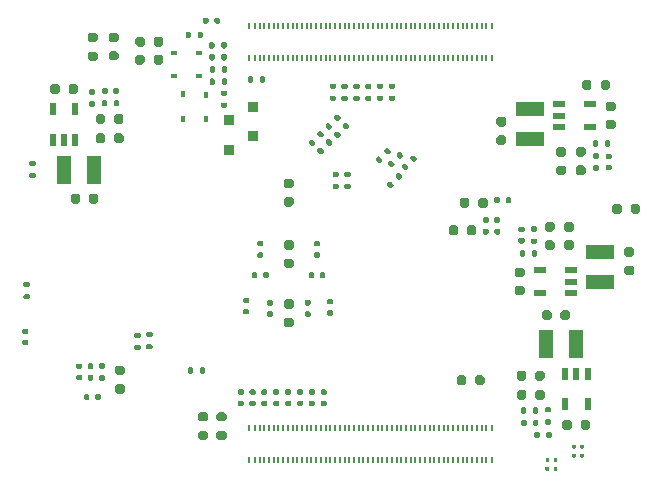
<source format=gbp>
G04 #@! TF.GenerationSoftware,KiCad,Pcbnew,5.1.9+dfsg1-1+deb11u1*
G04 #@! TF.CreationDate,2022-10-19T12:21:59+02:00*
G04 #@! TF.ProjectId,ulx4m,756c7834-6d2e-46b6-9963-61645f706362,v0.0.3*
G04 #@! TF.SameCoordinates,Original*
G04 #@! TF.FileFunction,Paste,Bot*
G04 #@! TF.FilePolarity,Positive*
%FSLAX46Y46*%
G04 Gerber Fmt 4.6, Leading zero omitted, Abs format (unit mm)*
G04 Created by KiCad (PCBNEW 5.1.9+dfsg1-1+deb11u1) date 2022-10-19 12:21:59*
%MOMM*%
%LPD*%
G01*
G04 APERTURE LIST*
%ADD10R,0.130000X0.560000*%
%ADD11R,0.250000X0.560000*%
%ADD12R,2.400000X1.200000*%
%ADD13R,1.200000X2.400000*%
%ADD14R,1.100000X0.600000*%
%ADD15R,0.600000X1.100000*%
%ADD16R,0.500000X0.350000*%
%ADD17R,0.350000X0.500000*%
%ADD18R,0.900000X0.900000*%
G04 APERTURE END LIST*
G36*
G01*
X138470000Y-108240000D02*
X138470000Y-108560000D01*
G75*
G02*
X138360000Y-108670000I-110000J0D01*
G01*
X138140000Y-108670000D01*
G75*
G02*
X138030000Y-108560000I0J110000D01*
G01*
X138030000Y-108240000D01*
G75*
G02*
X138140000Y-108130000I110000J0D01*
G01*
X138360000Y-108130000D01*
G75*
G02*
X138470000Y-108240000I0J-110000D01*
G01*
G37*
G36*
G01*
X139490000Y-108240000D02*
X139490000Y-108560000D01*
G75*
G02*
X139380000Y-108670000I-110000J0D01*
G01*
X139160000Y-108670000D01*
G75*
G02*
X139050000Y-108560000I0J110000D01*
G01*
X139050000Y-108240000D01*
G75*
G02*
X139160000Y-108130000I110000J0D01*
G01*
X139380000Y-108130000D01*
G75*
G02*
X139490000Y-108240000I0J-110000D01*
G01*
G37*
G36*
G01*
X137834998Y-93175001D02*
X137834998Y-92855001D01*
G75*
G02*
X137944998Y-92745001I110000J0D01*
G01*
X138164998Y-92745001D01*
G75*
G02*
X138274998Y-92855001I0J-110000D01*
G01*
X138274998Y-93175001D01*
G75*
G02*
X138164998Y-93285001I-110000J0D01*
G01*
X137944998Y-93285001D01*
G75*
G02*
X137834998Y-93175001I0J110000D01*
G01*
G37*
G36*
G01*
X136814998Y-93175001D02*
X136814998Y-92855001D01*
G75*
G02*
X136924998Y-92745001I110000J0D01*
G01*
X137144998Y-92745001D01*
G75*
G02*
X137254998Y-92855001I0J-110000D01*
G01*
X137254998Y-93175001D01*
G75*
G02*
X137144998Y-93285001I-110000J0D01*
G01*
X136924998Y-93285001D01*
G75*
G02*
X136814998Y-93175001I0J110000D01*
G01*
G37*
G36*
G01*
X143425002Y-83554999D02*
X143425002Y-83874999D01*
G75*
G02*
X143315002Y-83984999I-110000J0D01*
G01*
X143095002Y-83984999D01*
G75*
G02*
X142985002Y-83874999I0J110000D01*
G01*
X142985002Y-83554999D01*
G75*
G02*
X143095002Y-83444999I110000J0D01*
G01*
X143315002Y-83444999D01*
G75*
G02*
X143425002Y-83554999I0J-110000D01*
G01*
G37*
G36*
G01*
X144445002Y-83554999D02*
X144445002Y-83874999D01*
G75*
G02*
X144335002Y-83984999I-110000J0D01*
G01*
X144115002Y-83984999D01*
G75*
G02*
X144005002Y-83874999I0J110000D01*
G01*
X144005002Y-83554999D01*
G75*
G02*
X144115002Y-83444999I110000J0D01*
G01*
X144335002Y-83444999D01*
G75*
G02*
X144445002Y-83554999I0J-110000D01*
G01*
G37*
G36*
G01*
X100430000Y-80140000D02*
X100750000Y-80140000D01*
G75*
G02*
X100860000Y-80250000I0J-110000D01*
G01*
X100860000Y-80470000D01*
G75*
G02*
X100750000Y-80580000I-110000J0D01*
G01*
X100430000Y-80580000D01*
G75*
G02*
X100320000Y-80470000I0J110000D01*
G01*
X100320000Y-80250000D01*
G75*
G02*
X100430000Y-80140000I110000J0D01*
G01*
G37*
G36*
G01*
X100430000Y-79120000D02*
X100750000Y-79120000D01*
G75*
G02*
X100860000Y-79230000I0J-110000D01*
G01*
X100860000Y-79450000D01*
G75*
G02*
X100750000Y-79560000I-110000J0D01*
G01*
X100430000Y-79560000D01*
G75*
G02*
X100320000Y-79450000I0J110000D01*
G01*
X100320000Y-79230000D01*
G75*
G02*
X100430000Y-79120000I110000J0D01*
G01*
G37*
G36*
G01*
X139360001Y-106475000D02*
X139040001Y-106475000D01*
G75*
G02*
X138930001Y-106365000I0J110000D01*
G01*
X138930001Y-106145000D01*
G75*
G02*
X139040001Y-106035000I110000J0D01*
G01*
X139360001Y-106035000D01*
G75*
G02*
X139470001Y-106145000I0J-110000D01*
G01*
X139470001Y-106365000D01*
G75*
G02*
X139360001Y-106475000I-110000J0D01*
G01*
G37*
G36*
G01*
X139360001Y-107495000D02*
X139040001Y-107495000D01*
G75*
G02*
X138930001Y-107385000I0J110000D01*
G01*
X138930001Y-107165000D01*
G75*
G02*
X139040001Y-107055000I110000J0D01*
G01*
X139360001Y-107055000D01*
G75*
G02*
X139470001Y-107165000I0J-110000D01*
G01*
X139470001Y-107385000D01*
G75*
G02*
X139360001Y-107495000I-110000J0D01*
G01*
G37*
G36*
G01*
X137830000Y-91750000D02*
X138150000Y-91750000D01*
G75*
G02*
X138260000Y-91860000I0J-110000D01*
G01*
X138260000Y-92080000D01*
G75*
G02*
X138150000Y-92190000I-110000J0D01*
G01*
X137830000Y-92190000D01*
G75*
G02*
X137720000Y-92080000I0J110000D01*
G01*
X137720000Y-91860000D01*
G75*
G02*
X137830000Y-91750000I110000J0D01*
G01*
G37*
G36*
G01*
X137830000Y-90730000D02*
X138150000Y-90730000D01*
G75*
G02*
X138260000Y-90840000I0J-110000D01*
G01*
X138260000Y-91060000D01*
G75*
G02*
X138150000Y-91170000I-110000J0D01*
G01*
X137830000Y-91170000D01*
G75*
G02*
X137720000Y-91060000I0J110000D01*
G01*
X137720000Y-90840000D01*
G75*
G02*
X137830000Y-90730000I110000J0D01*
G01*
G37*
G36*
G01*
X143425001Y-84985001D02*
X143105001Y-84985001D01*
G75*
G02*
X142995001Y-84875001I0J110000D01*
G01*
X142995001Y-84655001D01*
G75*
G02*
X143105001Y-84545001I110000J0D01*
G01*
X143425001Y-84545001D01*
G75*
G02*
X143535001Y-84655001I0J-110000D01*
G01*
X143535001Y-84875001D01*
G75*
G02*
X143425001Y-84985001I-110000J0D01*
G01*
G37*
G36*
G01*
X143425001Y-86005001D02*
X143105001Y-86005001D01*
G75*
G02*
X142995001Y-85895001I0J110000D01*
G01*
X142995001Y-85675001D01*
G75*
G02*
X143105001Y-85565001I110000J0D01*
G01*
X143425001Y-85565001D01*
G75*
G02*
X143535001Y-85675001I0J-110000D01*
G01*
X143535001Y-85895001D01*
G75*
G02*
X143425001Y-86005001I-110000J0D01*
G01*
G37*
G36*
G01*
X101860000Y-80140000D02*
X101860000Y-80460000D01*
G75*
G02*
X101750000Y-80570000I-110000J0D01*
G01*
X101530000Y-80570000D01*
G75*
G02*
X101420000Y-80460000I0J110000D01*
G01*
X101420000Y-80140000D01*
G75*
G02*
X101530000Y-80030000I110000J0D01*
G01*
X101750000Y-80030000D01*
G75*
G02*
X101860000Y-80140000I0J-110000D01*
G01*
G37*
G36*
G01*
X102880000Y-80140000D02*
X102880000Y-80460000D01*
G75*
G02*
X102770000Y-80570000I-110000J0D01*
G01*
X102550000Y-80570000D01*
G75*
G02*
X102440000Y-80460000I0J110000D01*
G01*
X102440000Y-80140000D01*
G75*
G02*
X102550000Y-80030000I110000J0D01*
G01*
X102770000Y-80030000D01*
G75*
G02*
X102880000Y-80140000I0J-110000D01*
G01*
G37*
G36*
G01*
X137930000Y-106474999D02*
X137930000Y-106154999D01*
G75*
G02*
X138040000Y-106044999I110000J0D01*
G01*
X138260000Y-106044999D01*
G75*
G02*
X138370000Y-106154999I0J-110000D01*
G01*
X138370000Y-106474999D01*
G75*
G02*
X138260000Y-106584999I-110000J0D01*
G01*
X138040000Y-106584999D01*
G75*
G02*
X137930000Y-106474999I0J110000D01*
G01*
G37*
G36*
G01*
X136910000Y-106474999D02*
X136910000Y-106154999D01*
G75*
G02*
X137020000Y-106044999I110000J0D01*
G01*
X137240000Y-106044999D01*
G75*
G02*
X137350000Y-106154999I0J-110000D01*
G01*
X137350000Y-106474999D01*
G75*
G02*
X137240000Y-106584999I-110000J0D01*
G01*
X137020000Y-106584999D01*
G75*
G02*
X136910000Y-106474999I0J110000D01*
G01*
G37*
G36*
G01*
X105270000Y-100700000D02*
X105590000Y-100700000D01*
G75*
G02*
X105700000Y-100810000I0J-110000D01*
G01*
X105700000Y-101030000D01*
G75*
G02*
X105590000Y-101140000I-110000J0D01*
G01*
X105270000Y-101140000D01*
G75*
G02*
X105160000Y-101030000I0J110000D01*
G01*
X105160000Y-100810000D01*
G75*
G02*
X105270000Y-100700000I110000J0D01*
G01*
G37*
G36*
G01*
X105270000Y-99680000D02*
X105590000Y-99680000D01*
G75*
G02*
X105700000Y-99790000I0J-110000D01*
G01*
X105700000Y-100010000D01*
G75*
G02*
X105590000Y-100120000I-110000J0D01*
G01*
X105270000Y-100120000D01*
G75*
G02*
X105160000Y-100010000I0J110000D01*
G01*
X105160000Y-99790000D01*
G75*
G02*
X105270000Y-99680000I110000J0D01*
G01*
G37*
G36*
G01*
X104270000Y-100780000D02*
X104590000Y-100780000D01*
G75*
G02*
X104700000Y-100890000I0J-110000D01*
G01*
X104700000Y-101110000D01*
G75*
G02*
X104590000Y-101220000I-110000J0D01*
G01*
X104270000Y-101220000D01*
G75*
G02*
X104160000Y-101110000I0J110000D01*
G01*
X104160000Y-100890000D01*
G75*
G02*
X104270000Y-100780000I110000J0D01*
G01*
G37*
G36*
G01*
X104270000Y-99760000D02*
X104590000Y-99760000D01*
G75*
G02*
X104700000Y-99870000I0J-110000D01*
G01*
X104700000Y-100090000D01*
G75*
G02*
X104590000Y-100200000I-110000J0D01*
G01*
X104270000Y-100200000D01*
G75*
G02*
X104160000Y-100090000I0J110000D01*
G01*
X104160000Y-99870000D01*
G75*
G02*
X104270000Y-99760000I110000J0D01*
G01*
G37*
G36*
G01*
X109710000Y-103080000D02*
X109710000Y-102760000D01*
G75*
G02*
X109820000Y-102650000I110000J0D01*
G01*
X110040000Y-102650000D01*
G75*
G02*
X110150000Y-102760000I0J-110000D01*
G01*
X110150000Y-103080000D01*
G75*
G02*
X110040000Y-103190000I-110000J0D01*
G01*
X109820000Y-103190000D01*
G75*
G02*
X109710000Y-103080000I0J110000D01*
G01*
G37*
G36*
G01*
X108690000Y-103080000D02*
X108690000Y-102760000D01*
G75*
G02*
X108800000Y-102650000I110000J0D01*
G01*
X109020000Y-102650000D01*
G75*
G02*
X109130000Y-102760000I0J-110000D01*
G01*
X109130000Y-103080000D01*
G75*
G02*
X109020000Y-103190000I-110000J0D01*
G01*
X108800000Y-103190000D01*
G75*
G02*
X108690000Y-103080000I0J110000D01*
G01*
G37*
G36*
G01*
X95370000Y-86200000D02*
X95690000Y-86200000D01*
G75*
G02*
X95800000Y-86310000I0J-110000D01*
G01*
X95800000Y-86530000D01*
G75*
G02*
X95690000Y-86640000I-110000J0D01*
G01*
X95370000Y-86640000D01*
G75*
G02*
X95260000Y-86530000I0J110000D01*
G01*
X95260000Y-86310000D01*
G75*
G02*
X95370000Y-86200000I110000J0D01*
G01*
G37*
G36*
G01*
X95370000Y-85180000D02*
X95690000Y-85180000D01*
G75*
G02*
X95800000Y-85290000I0J-110000D01*
G01*
X95800000Y-85510000D01*
G75*
G02*
X95690000Y-85620000I-110000J0D01*
G01*
X95370000Y-85620000D01*
G75*
G02*
X95260000Y-85510000I0J110000D01*
G01*
X95260000Y-85290000D01*
G75*
G02*
X95370000Y-85180000I110000J0D01*
G01*
G37*
D10*
X133958000Y-107790000D03*
X133958000Y-110500000D03*
X133558000Y-107790000D03*
X133558000Y-110500000D03*
X133158000Y-107790000D03*
X133158000Y-110500000D03*
X132758000Y-107790000D03*
X132758000Y-110500000D03*
X132358000Y-107790000D03*
X132358000Y-110500000D03*
X131958000Y-107790000D03*
X131958000Y-110500000D03*
X131558000Y-107790000D03*
X131558000Y-110500000D03*
X131158000Y-107790000D03*
X131158000Y-110500000D03*
X130758000Y-107790000D03*
X130758000Y-110500000D03*
X130358000Y-107790000D03*
X130358000Y-110500000D03*
X129958000Y-107790000D03*
X129958000Y-110500000D03*
X129558000Y-107790000D03*
X129558000Y-110500000D03*
X129158000Y-107790000D03*
X129158000Y-110500000D03*
X128758000Y-107790000D03*
X128758000Y-110500000D03*
X128358000Y-107790000D03*
X128358000Y-110500000D03*
X127958000Y-107790000D03*
X127958000Y-110500000D03*
X127558000Y-107790000D03*
X127558000Y-110500000D03*
X127158000Y-107790000D03*
X127158000Y-110500000D03*
X126758000Y-107790000D03*
X126758000Y-110500000D03*
X126358000Y-107790000D03*
X126358000Y-110500000D03*
X125958000Y-107790000D03*
X125958000Y-110500000D03*
X125558000Y-107790000D03*
X125558000Y-110500000D03*
X125158000Y-107790000D03*
X125158000Y-110500000D03*
X124758000Y-107790000D03*
X124758000Y-110500000D03*
X124358000Y-107790000D03*
X124358000Y-110500000D03*
X123958000Y-107790000D03*
X123958000Y-110500000D03*
X123558000Y-107790000D03*
X123558000Y-110500000D03*
X123158000Y-107790000D03*
X123158000Y-110500000D03*
X122758000Y-107790000D03*
X122758000Y-110500000D03*
X122358000Y-107790000D03*
X122358000Y-110500000D03*
X121958000Y-107790000D03*
X121958000Y-110500000D03*
X121558000Y-107790000D03*
X121558000Y-110500000D03*
X121158000Y-107790000D03*
X121158000Y-110500000D03*
X120758000Y-107790000D03*
X120758000Y-110500000D03*
X120358000Y-107790000D03*
X120358000Y-110500000D03*
X119958000Y-107790000D03*
X119958000Y-110500000D03*
X119558000Y-107790000D03*
X119558000Y-110500000D03*
X119158000Y-107790000D03*
X119158000Y-110500000D03*
X118758000Y-107790000D03*
X118758000Y-110500000D03*
X118358000Y-107790000D03*
X118358000Y-110500000D03*
D11*
X134433000Y-110500000D03*
X134433000Y-107790000D03*
X113883000Y-110500000D03*
X113883000Y-107790000D03*
D10*
X117958000Y-107790000D03*
X117958000Y-110500000D03*
X117558000Y-107790000D03*
X117558000Y-110500000D03*
X117158000Y-107790000D03*
X117158000Y-110500000D03*
X116758000Y-107790000D03*
X116758000Y-110500000D03*
X116358000Y-107790000D03*
X116358000Y-110500000D03*
X115958000Y-107790000D03*
X115958000Y-110500000D03*
X115558000Y-107790000D03*
X115558000Y-110500000D03*
X115158000Y-107790000D03*
X115158000Y-110500000D03*
X114758000Y-107790000D03*
X114758000Y-110500000D03*
X114358000Y-107790000D03*
X114358000Y-110500000D03*
D12*
X137640000Y-80760000D03*
X137640000Y-83300000D03*
D13*
X141580000Y-100690000D03*
X139040000Y-100690000D03*
X98210000Y-85925000D03*
X100750000Y-85925000D03*
G36*
G01*
X100398750Y-75930000D02*
X100861250Y-75930000D01*
G75*
G02*
X101055000Y-76123750I0J-193750D01*
G01*
X101055000Y-76511250D01*
G75*
G02*
X100861250Y-76705000I-193750J0D01*
G01*
X100398750Y-76705000D01*
G75*
G02*
X100205000Y-76511250I0J193750D01*
G01*
X100205000Y-76123750D01*
G75*
G02*
X100398750Y-75930000I193750J0D01*
G01*
G37*
G36*
G01*
X100398750Y-74355000D02*
X100861250Y-74355000D01*
G75*
G02*
X101055000Y-74548750I0J-193750D01*
G01*
X101055000Y-74936250D01*
G75*
G02*
X100861250Y-75130000I-193750J0D01*
G01*
X100398750Y-75130000D01*
G75*
G02*
X100205000Y-74936250I0J193750D01*
G01*
X100205000Y-74548750D01*
G75*
G02*
X100398750Y-74355000I193750J0D01*
G01*
G37*
G36*
G01*
X105025000Y-76373750D02*
X105025000Y-76836250D01*
G75*
G02*
X104831250Y-77030000I-193750J0D01*
G01*
X104443750Y-77030000D01*
G75*
G02*
X104250000Y-76836250I0J193750D01*
G01*
X104250000Y-76373750D01*
G75*
G02*
X104443750Y-76180000I193750J0D01*
G01*
X104831250Y-76180000D01*
G75*
G02*
X105025000Y-76373750I0J-193750D01*
G01*
G37*
G36*
G01*
X106600000Y-76373750D02*
X106600000Y-76836250D01*
G75*
G02*
X106406250Y-77030000I-193750J0D01*
G01*
X106018750Y-77030000D01*
G75*
G02*
X105825000Y-76836250I0J193750D01*
G01*
X105825000Y-76373750D01*
G75*
G02*
X106018750Y-76180000I193750J0D01*
G01*
X106406250Y-76180000D01*
G75*
G02*
X106600000Y-76373750I0J-193750D01*
G01*
G37*
G36*
G01*
X143660000Y-78971250D02*
X143660000Y-78508750D01*
G75*
G02*
X143853750Y-78315000I193750J0D01*
G01*
X144241250Y-78315000D01*
G75*
G02*
X144435000Y-78508750I0J-193750D01*
G01*
X144435000Y-78971250D01*
G75*
G02*
X144241250Y-79165000I-193750J0D01*
G01*
X143853750Y-79165000D01*
G75*
G02*
X143660000Y-78971250I0J193750D01*
G01*
G37*
G36*
G01*
X142085000Y-78971250D02*
X142085000Y-78508750D01*
G75*
G02*
X142278750Y-78315000I193750J0D01*
G01*
X142666250Y-78315000D01*
G75*
G02*
X142860000Y-78508750I0J-193750D01*
G01*
X142860000Y-78971250D01*
G75*
G02*
X142666250Y-79165000I-193750J0D01*
G01*
X142278750Y-79165000D01*
G75*
G02*
X142085000Y-78971250I0J193750D01*
G01*
G37*
G36*
G01*
X111308750Y-108040000D02*
X111771250Y-108040000D01*
G75*
G02*
X111965000Y-108233750I0J-193750D01*
G01*
X111965000Y-108621250D01*
G75*
G02*
X111771250Y-108815000I-193750J0D01*
G01*
X111308750Y-108815000D01*
G75*
G02*
X111115000Y-108621250I0J193750D01*
G01*
X111115000Y-108233750D01*
G75*
G02*
X111308750Y-108040000I193750J0D01*
G01*
G37*
G36*
G01*
X111308750Y-106465000D02*
X111771250Y-106465000D01*
G75*
G02*
X111965000Y-106658750I0J-193750D01*
G01*
X111965000Y-107046250D01*
G75*
G02*
X111771250Y-107240000I-193750J0D01*
G01*
X111308750Y-107240000D01*
G75*
G02*
X111115000Y-107046250I0J193750D01*
G01*
X111115000Y-106658750D01*
G75*
G02*
X111308750Y-106465000I193750J0D01*
G01*
G37*
G36*
G01*
X109748750Y-108040000D02*
X110211250Y-108040000D01*
G75*
G02*
X110405000Y-108233750I0J-193750D01*
G01*
X110405000Y-108621250D01*
G75*
G02*
X110211250Y-108815000I-193750J0D01*
G01*
X109748750Y-108815000D01*
G75*
G02*
X109555000Y-108621250I0J193750D01*
G01*
X109555000Y-108233750D01*
G75*
G02*
X109748750Y-108040000I193750J0D01*
G01*
G37*
G36*
G01*
X109748750Y-106465000D02*
X110211250Y-106465000D01*
G75*
G02*
X110405000Y-106658750I0J-193750D01*
G01*
X110405000Y-107046250D01*
G75*
G02*
X110211250Y-107240000I-193750J0D01*
G01*
X109748750Y-107240000D01*
G75*
G02*
X109555000Y-107046250I0J193750D01*
G01*
X109555000Y-106658750D01*
G75*
G02*
X109748750Y-106465000I193750J0D01*
G01*
G37*
D14*
X140150001Y-82285000D03*
X140150001Y-81335000D03*
X140150001Y-80385000D03*
X142750001Y-80385000D03*
X142750001Y-82285000D03*
G36*
G01*
X102168750Y-75900000D02*
X102631250Y-75900000D01*
G75*
G02*
X102825000Y-76093750I0J-193750D01*
G01*
X102825000Y-76481250D01*
G75*
G02*
X102631250Y-76675000I-193750J0D01*
G01*
X102168750Y-76675000D01*
G75*
G02*
X101975000Y-76481250I0J193750D01*
G01*
X101975000Y-76093750D01*
G75*
G02*
X102168750Y-75900000I193750J0D01*
G01*
G37*
G36*
G01*
X102168750Y-74325000D02*
X102631250Y-74325000D01*
G75*
G02*
X102825000Y-74518750I0J-193750D01*
G01*
X102825000Y-74906250D01*
G75*
G02*
X102631250Y-75100000I-193750J0D01*
G01*
X102168750Y-75100000D01*
G75*
G02*
X101975000Y-74906250I0J193750D01*
G01*
X101975000Y-74518750D01*
G75*
G02*
X102168750Y-74325000I193750J0D01*
G01*
G37*
D15*
X140630000Y-103200000D03*
X141580000Y-103200000D03*
X142530000Y-103200000D03*
X142530000Y-105800000D03*
X140630000Y-105800000D03*
X99160000Y-83415000D03*
X98210000Y-83415000D03*
X97260000Y-83415000D03*
X97260000Y-80815000D03*
X99160000Y-80815000D03*
G36*
G01*
X97040000Y-79310000D02*
X97040000Y-78860000D01*
G75*
G02*
X97240000Y-78660000I200000J0D01*
G01*
X97640000Y-78660000D01*
G75*
G02*
X97840000Y-78860000I0J-200000D01*
G01*
X97840000Y-79310000D01*
G75*
G02*
X97640000Y-79510000I-200000J0D01*
G01*
X97240000Y-79510000D01*
G75*
G02*
X97040000Y-79310000I0J200000D01*
G01*
G37*
G36*
G01*
X98590000Y-79310000D02*
X98590000Y-78860000D01*
G75*
G02*
X98790000Y-78660000I200000J0D01*
G01*
X99190000Y-78660000D01*
G75*
G02*
X99390000Y-78860000I0J-200000D01*
G01*
X99390000Y-79310000D01*
G75*
G02*
X99190000Y-79510000I-200000J0D01*
G01*
X98790000Y-79510000D01*
G75*
G02*
X98590000Y-79310000I0J200000D01*
G01*
G37*
G36*
G01*
X137900001Y-107510000D02*
X137900001Y-107220000D01*
G75*
G02*
X138015001Y-107105000I115000J0D01*
G01*
X138245001Y-107105000D01*
G75*
G02*
X138360001Y-107220000I0J-115000D01*
G01*
X138360001Y-107510000D01*
G75*
G02*
X138245001Y-107625000I-115000J0D01*
G01*
X138015001Y-107625000D01*
G75*
G02*
X137900001Y-107510000I0J115000D01*
G01*
G37*
G36*
G01*
X136940001Y-107510000D02*
X136940001Y-107220000D01*
G75*
G02*
X137055001Y-107105000I115000J0D01*
G01*
X137285001Y-107105000D01*
G75*
G02*
X137400001Y-107220000I0J-115000D01*
G01*
X137400001Y-107510000D01*
G75*
G02*
X137285001Y-107625000I-115000J0D01*
G01*
X137055001Y-107625000D01*
G75*
G02*
X136940001Y-107510000I0J115000D01*
G01*
G37*
G36*
G01*
X136550000Y-105214999D02*
X136550000Y-104764999D01*
G75*
G02*
X136750000Y-104564999I200000J0D01*
G01*
X137150000Y-104564999D01*
G75*
G02*
X137350000Y-104764999I0J-200000D01*
G01*
X137350000Y-105214999D01*
G75*
G02*
X137150000Y-105414999I-200000J0D01*
G01*
X136750000Y-105414999D01*
G75*
G02*
X136550000Y-105214999I0J200000D01*
G01*
G37*
G36*
G01*
X138100000Y-105214999D02*
X138100000Y-104764999D01*
G75*
G02*
X138300000Y-104564999I200000J0D01*
G01*
X138700000Y-104564999D01*
G75*
G02*
X138900000Y-104764999I0J-200000D01*
G01*
X138900000Y-105214999D01*
G75*
G02*
X138700000Y-105414999I-200000J0D01*
G01*
X138300000Y-105414999D01*
G75*
G02*
X138100000Y-105214999I0J200000D01*
G01*
G37*
G36*
G01*
X138090000Y-103580000D02*
X138090000Y-103130000D01*
G75*
G02*
X138290000Y-102930000I200000J0D01*
G01*
X138690000Y-102930000D01*
G75*
G02*
X138890000Y-103130000I0J-200000D01*
G01*
X138890000Y-103580000D01*
G75*
G02*
X138690000Y-103780000I-200000J0D01*
G01*
X138290000Y-103780000D01*
G75*
G02*
X138090000Y-103580000I0J200000D01*
G01*
G37*
G36*
G01*
X136540000Y-103580000D02*
X136540000Y-103130000D01*
G75*
G02*
X136740000Y-102930000I200000J0D01*
G01*
X137140000Y-102930000D01*
G75*
G02*
X137340000Y-103130000I0J-200000D01*
G01*
X137340000Y-103580000D01*
G75*
G02*
X137140000Y-103780000I-200000J0D01*
G01*
X136740000Y-103780000D01*
G75*
G02*
X136540000Y-103580000I0J200000D01*
G01*
G37*
G36*
G01*
X142750000Y-107305000D02*
X142750000Y-107755000D01*
G75*
G02*
X142550000Y-107955000I-200000J0D01*
G01*
X142150000Y-107955000D01*
G75*
G02*
X141950000Y-107755000I0J200000D01*
G01*
X141950000Y-107305000D01*
G75*
G02*
X142150000Y-107105000I200000J0D01*
G01*
X142550000Y-107105000D01*
G75*
G02*
X142750000Y-107305000I0J-200000D01*
G01*
G37*
G36*
G01*
X141200000Y-107305000D02*
X141200000Y-107755000D01*
G75*
G02*
X141000000Y-107955000I-200000J0D01*
G01*
X140600000Y-107955000D01*
G75*
G02*
X140400000Y-107755000I0J200000D01*
G01*
X140400000Y-107305000D01*
G75*
G02*
X140600000Y-107105000I200000J0D01*
G01*
X141000000Y-107105000D01*
G75*
G02*
X141200000Y-107305000I0J-200000D01*
G01*
G37*
G36*
G01*
X144459999Y-85975000D02*
X144169999Y-85975000D01*
G75*
G02*
X144054999Y-85860000I0J115000D01*
G01*
X144054999Y-85630000D01*
G75*
G02*
X144169999Y-85515000I115000J0D01*
G01*
X144459999Y-85515000D01*
G75*
G02*
X144574999Y-85630000I0J-115000D01*
G01*
X144574999Y-85860000D01*
G75*
G02*
X144459999Y-85975000I-115000J0D01*
G01*
G37*
G36*
G01*
X144459999Y-85015000D02*
X144169999Y-85015000D01*
G75*
G02*
X144054999Y-84900000I0J115000D01*
G01*
X144054999Y-84670000D01*
G75*
G02*
X144169999Y-84555000I115000J0D01*
G01*
X144459999Y-84555000D01*
G75*
G02*
X144574999Y-84670000I0J-115000D01*
G01*
X144574999Y-84900000D01*
G75*
G02*
X144459999Y-85015000I-115000J0D01*
G01*
G37*
G36*
G01*
X142165001Y-84814999D02*
X141715001Y-84814999D01*
G75*
G02*
X141515001Y-84614999I0J200000D01*
G01*
X141515001Y-84214999D01*
G75*
G02*
X141715001Y-84014999I200000J0D01*
G01*
X142165001Y-84014999D01*
G75*
G02*
X142365001Y-84214999I0J-200000D01*
G01*
X142365001Y-84614999D01*
G75*
G02*
X142165001Y-84814999I-200000J0D01*
G01*
G37*
G36*
G01*
X142165001Y-86364999D02*
X141715001Y-86364999D01*
G75*
G02*
X141515001Y-86164999I0J200000D01*
G01*
X141515001Y-85764999D01*
G75*
G02*
X141715001Y-85564999I200000J0D01*
G01*
X142165001Y-85564999D01*
G75*
G02*
X142365001Y-85764999I0J-200000D01*
G01*
X142365001Y-86164999D01*
G75*
G02*
X142165001Y-86364999I-200000J0D01*
G01*
G37*
G36*
G01*
X140530000Y-86374999D02*
X140080000Y-86374999D01*
G75*
G02*
X139880000Y-86174999I0J200000D01*
G01*
X139880000Y-85774999D01*
G75*
G02*
X140080000Y-85574999I200000J0D01*
G01*
X140530000Y-85574999D01*
G75*
G02*
X140730000Y-85774999I0J-200000D01*
G01*
X140730000Y-86174999D01*
G75*
G02*
X140530000Y-86374999I-200000J0D01*
G01*
G37*
G36*
G01*
X140530000Y-84824999D02*
X140080000Y-84824999D01*
G75*
G02*
X139880000Y-84624999I0J200000D01*
G01*
X139880000Y-84224999D01*
G75*
G02*
X140080000Y-84024999I200000J0D01*
G01*
X140530000Y-84024999D01*
G75*
G02*
X140730000Y-84224999I0J-200000D01*
G01*
X140730000Y-84624999D01*
G75*
G02*
X140530000Y-84824999I-200000J0D01*
G01*
G37*
G36*
G01*
X144255001Y-80165000D02*
X144705001Y-80165000D01*
G75*
G02*
X144905001Y-80365000I0J-200000D01*
G01*
X144905001Y-80765000D01*
G75*
G02*
X144705001Y-80965000I-200000J0D01*
G01*
X144255001Y-80965000D01*
G75*
G02*
X144055001Y-80765000I0J200000D01*
G01*
X144055001Y-80365000D01*
G75*
G02*
X144255001Y-80165000I200000J0D01*
G01*
G37*
G36*
G01*
X144255001Y-81715000D02*
X144705001Y-81715000D01*
G75*
G02*
X144905001Y-81915000I0J-200000D01*
G01*
X144905001Y-82315000D01*
G75*
G02*
X144705001Y-82515000I-200000J0D01*
G01*
X144255001Y-82515000D01*
G75*
G02*
X144055001Y-82315000I0J200000D01*
G01*
X144055001Y-81915000D01*
G75*
G02*
X144255001Y-81715000I200000J0D01*
G01*
G37*
G36*
G01*
X102850000Y-79105000D02*
X102850000Y-79395000D01*
G75*
G02*
X102735000Y-79510000I-115000J0D01*
G01*
X102505000Y-79510000D01*
G75*
G02*
X102390000Y-79395000I0J115000D01*
G01*
X102390000Y-79105000D01*
G75*
G02*
X102505000Y-78990000I115000J0D01*
G01*
X102735000Y-78990000D01*
G75*
G02*
X102850000Y-79105000I0J-115000D01*
G01*
G37*
G36*
G01*
X101890000Y-79105000D02*
X101890000Y-79395000D01*
G75*
G02*
X101775000Y-79510000I-115000J0D01*
G01*
X101545000Y-79510000D01*
G75*
G02*
X101430000Y-79395000I0J115000D01*
G01*
X101430000Y-79105000D01*
G75*
G02*
X101545000Y-78990000I115000J0D01*
G01*
X101775000Y-78990000D01*
G75*
G02*
X101890000Y-79105000I0J-115000D01*
G01*
G37*
G36*
G01*
X101690000Y-81400000D02*
X101690000Y-81850000D01*
G75*
G02*
X101490000Y-82050000I-200000J0D01*
G01*
X101090000Y-82050000D01*
G75*
G02*
X100890000Y-81850000I0J200000D01*
G01*
X100890000Y-81400000D01*
G75*
G02*
X101090000Y-81200000I200000J0D01*
G01*
X101490000Y-81200000D01*
G75*
G02*
X101690000Y-81400000I0J-200000D01*
G01*
G37*
G36*
G01*
X103240000Y-81400000D02*
X103240000Y-81850000D01*
G75*
G02*
X103040000Y-82050000I-200000J0D01*
G01*
X102640000Y-82050000D01*
G75*
G02*
X102440000Y-81850000I0J200000D01*
G01*
X102440000Y-81400000D01*
G75*
G02*
X102640000Y-81200000I200000J0D01*
G01*
X103040000Y-81200000D01*
G75*
G02*
X103240000Y-81400000I0J-200000D01*
G01*
G37*
G36*
G01*
X103250000Y-83035000D02*
X103250000Y-83485000D01*
G75*
G02*
X103050000Y-83685000I-200000J0D01*
G01*
X102650000Y-83685000D01*
G75*
G02*
X102450000Y-83485000I0J200000D01*
G01*
X102450000Y-83035000D01*
G75*
G02*
X102650000Y-82835000I200000J0D01*
G01*
X103050000Y-82835000D01*
G75*
G02*
X103250000Y-83035000I0J-200000D01*
G01*
G37*
G36*
G01*
X101700000Y-83035000D02*
X101700000Y-83485000D01*
G75*
G02*
X101500000Y-83685000I-200000J0D01*
G01*
X101100000Y-83685000D01*
G75*
G02*
X100900000Y-83485000I0J200000D01*
G01*
X100900000Y-83035000D01*
G75*
G02*
X101100000Y-82835000I200000J0D01*
G01*
X101500000Y-82835000D01*
G75*
G02*
X101700000Y-83035000I0J-200000D01*
G01*
G37*
G36*
G01*
X133015000Y-103975000D02*
X133015000Y-103525000D01*
G75*
G02*
X133215000Y-103325000I200000J0D01*
G01*
X133615000Y-103325000D01*
G75*
G02*
X133815000Y-103525000I0J-200000D01*
G01*
X133815000Y-103975000D01*
G75*
G02*
X133615000Y-104175000I-200000J0D01*
G01*
X133215000Y-104175000D01*
G75*
G02*
X133015000Y-103975000I0J200000D01*
G01*
G37*
G36*
G01*
X131465000Y-103975000D02*
X131465000Y-103525000D01*
G75*
G02*
X131665000Y-103325000I200000J0D01*
G01*
X132065000Y-103325000D01*
G75*
G02*
X132265000Y-103525000I0J-200000D01*
G01*
X132265000Y-103975000D01*
G75*
G02*
X132065000Y-104175000I-200000J0D01*
G01*
X131665000Y-104175000D01*
G75*
G02*
X131465000Y-103975000I0J200000D01*
G01*
G37*
G36*
G01*
X117005000Y-98445000D02*
X117455000Y-98445000D01*
G75*
G02*
X117655000Y-98645000I0J-200000D01*
G01*
X117655000Y-99045000D01*
G75*
G02*
X117455000Y-99245000I-200000J0D01*
G01*
X117005000Y-99245000D01*
G75*
G02*
X116805000Y-99045000I0J200000D01*
G01*
X116805000Y-98645000D01*
G75*
G02*
X117005000Y-98445000I200000J0D01*
G01*
G37*
G36*
G01*
X117005000Y-96895000D02*
X117455000Y-96895000D01*
G75*
G02*
X117655000Y-97095000I0J-200000D01*
G01*
X117655000Y-97495000D01*
G75*
G02*
X117455000Y-97695000I-200000J0D01*
G01*
X117005000Y-97695000D01*
G75*
G02*
X116805000Y-97495000I0J200000D01*
G01*
X116805000Y-97095000D01*
G75*
G02*
X117005000Y-96895000I200000J0D01*
G01*
G37*
G36*
G01*
X117455000Y-89045000D02*
X117005000Y-89045000D01*
G75*
G02*
X116805000Y-88845000I0J200000D01*
G01*
X116805000Y-88445000D01*
G75*
G02*
X117005000Y-88245000I200000J0D01*
G01*
X117455000Y-88245000D01*
G75*
G02*
X117655000Y-88445000I0J-200000D01*
G01*
X117655000Y-88845000D01*
G75*
G02*
X117455000Y-89045000I-200000J0D01*
G01*
G37*
G36*
G01*
X117455000Y-87495000D02*
X117005000Y-87495000D01*
G75*
G02*
X116805000Y-87295000I0J200000D01*
G01*
X116805000Y-86895000D01*
G75*
G02*
X117005000Y-86695000I200000J0D01*
G01*
X117455000Y-86695000D01*
G75*
G02*
X117655000Y-86895000I0J-200000D01*
G01*
X117655000Y-87295000D01*
G75*
G02*
X117455000Y-87495000I-200000J0D01*
G01*
G37*
G36*
G01*
X117005000Y-93445000D02*
X117455000Y-93445000D01*
G75*
G02*
X117655000Y-93645000I0J-200000D01*
G01*
X117655000Y-94045000D01*
G75*
G02*
X117455000Y-94245000I-200000J0D01*
G01*
X117005000Y-94245000D01*
G75*
G02*
X116805000Y-94045000I0J200000D01*
G01*
X116805000Y-93645000D01*
G75*
G02*
X117005000Y-93445000I200000J0D01*
G01*
G37*
G36*
G01*
X117005000Y-91895000D02*
X117455000Y-91895000D01*
G75*
G02*
X117655000Y-92095000I0J-200000D01*
G01*
X117655000Y-92495000D01*
G75*
G02*
X117455000Y-92695000I-200000J0D01*
G01*
X117005000Y-92695000D01*
G75*
G02*
X116805000Y-92495000I0J200000D01*
G01*
X116805000Y-92095000D01*
G75*
G02*
X117005000Y-91895000I200000J0D01*
G01*
G37*
G36*
G01*
X138683999Y-98473000D02*
X138683999Y-98023000D01*
G75*
G02*
X138883999Y-97823000I200000J0D01*
G01*
X139283999Y-97823000D01*
G75*
G02*
X139483999Y-98023000I0J-200000D01*
G01*
X139483999Y-98473000D01*
G75*
G02*
X139283999Y-98673000I-200000J0D01*
G01*
X138883999Y-98673000D01*
G75*
G02*
X138683999Y-98473000I0J200000D01*
G01*
G37*
G36*
G01*
X140233999Y-98473000D02*
X140233999Y-98023000D01*
G75*
G02*
X140433999Y-97823000I200000J0D01*
G01*
X140833999Y-97823000D01*
G75*
G02*
X141033999Y-98023000I0J-200000D01*
G01*
X141033999Y-98473000D01*
G75*
G02*
X140833999Y-98673000I-200000J0D01*
G01*
X140433999Y-98673000D01*
G75*
G02*
X140233999Y-98473000I0J200000D01*
G01*
G37*
G36*
G01*
X99556000Y-88142000D02*
X99556000Y-88592000D01*
G75*
G02*
X99356000Y-88792000I-200000J0D01*
G01*
X98956000Y-88792000D01*
G75*
G02*
X98756000Y-88592000I0J200000D01*
G01*
X98756000Y-88142000D01*
G75*
G02*
X98956000Y-87942000I200000J0D01*
G01*
X99356000Y-87942000D01*
G75*
G02*
X99556000Y-88142000I0J-200000D01*
G01*
G37*
G36*
G01*
X101106000Y-88142000D02*
X101106000Y-88592000D01*
G75*
G02*
X100906000Y-88792000I-200000J0D01*
G01*
X100506000Y-88792000D01*
G75*
G02*
X100306000Y-88592000I0J200000D01*
G01*
X100306000Y-88142000D01*
G75*
G02*
X100506000Y-87942000I200000J0D01*
G01*
X100906000Y-87942000D01*
G75*
G02*
X101106000Y-88142000I0J-200000D01*
G01*
G37*
G36*
G01*
X135465000Y-82265000D02*
X135015000Y-82265000D01*
G75*
G02*
X134815000Y-82065000I0J200000D01*
G01*
X134815000Y-81665000D01*
G75*
G02*
X135015000Y-81465000I200000J0D01*
G01*
X135465000Y-81465000D01*
G75*
G02*
X135665000Y-81665000I0J-200000D01*
G01*
X135665000Y-82065000D01*
G75*
G02*
X135465000Y-82265000I-200000J0D01*
G01*
G37*
G36*
G01*
X135465000Y-83815000D02*
X135015000Y-83815000D01*
G75*
G02*
X134815000Y-83615000I0J200000D01*
G01*
X134815000Y-83215000D01*
G75*
G02*
X135015000Y-83015000I200000J0D01*
G01*
X135465000Y-83015000D01*
G75*
G02*
X135665000Y-83215000I0J-200000D01*
G01*
X135665000Y-83615000D01*
G75*
G02*
X135465000Y-83815000I-200000J0D01*
G01*
G37*
G36*
G01*
X119485000Y-92920000D02*
X119775000Y-92920000D01*
G75*
G02*
X119890000Y-93035000I0J-115000D01*
G01*
X119890000Y-93265000D01*
G75*
G02*
X119775000Y-93380000I-115000J0D01*
G01*
X119485000Y-93380000D01*
G75*
G02*
X119370000Y-93265000I0J115000D01*
G01*
X119370000Y-93035000D01*
G75*
G02*
X119485000Y-92920000I115000J0D01*
G01*
G37*
G36*
G01*
X119485000Y-91960000D02*
X119775000Y-91960000D01*
G75*
G02*
X119890000Y-92075000I0J-115000D01*
G01*
X119890000Y-92305000D01*
G75*
G02*
X119775000Y-92420000I-115000J0D01*
G01*
X119485000Y-92420000D01*
G75*
G02*
X119370000Y-92305000I0J115000D01*
G01*
X119370000Y-92075000D01*
G75*
G02*
X119485000Y-91960000I115000J0D01*
G01*
G37*
G36*
G01*
X114685000Y-92920000D02*
X114975000Y-92920000D01*
G75*
G02*
X115090000Y-93035000I0J-115000D01*
G01*
X115090000Y-93265000D01*
G75*
G02*
X114975000Y-93380000I-115000J0D01*
G01*
X114685000Y-93380000D01*
G75*
G02*
X114570000Y-93265000I0J115000D01*
G01*
X114570000Y-93035000D01*
G75*
G02*
X114685000Y-92920000I115000J0D01*
G01*
G37*
G36*
G01*
X114685000Y-91960000D02*
X114975000Y-91960000D01*
G75*
G02*
X115090000Y-92075000I0J-115000D01*
G01*
X115090000Y-92305000D01*
G75*
G02*
X114975000Y-92420000I-115000J0D01*
G01*
X114685000Y-92420000D01*
G75*
G02*
X114570000Y-92305000I0J115000D01*
G01*
X114570000Y-92075000D01*
G75*
G02*
X114685000Y-91960000I115000J0D01*
G01*
G37*
G36*
G01*
X115485001Y-96960000D02*
X115775001Y-96960000D01*
G75*
G02*
X115890001Y-97075000I0J-115000D01*
G01*
X115890001Y-97305000D01*
G75*
G02*
X115775001Y-97420000I-115000J0D01*
G01*
X115485001Y-97420000D01*
G75*
G02*
X115370001Y-97305000I0J115000D01*
G01*
X115370001Y-97075000D01*
G75*
G02*
X115485001Y-96960000I115000J0D01*
G01*
G37*
G36*
G01*
X115485001Y-97920000D02*
X115775001Y-97920000D01*
G75*
G02*
X115890001Y-98035000I0J-115000D01*
G01*
X115890001Y-98265000D01*
G75*
G02*
X115775001Y-98380000I-115000J0D01*
G01*
X115485001Y-98380000D01*
G75*
G02*
X115370001Y-98265000I0J115000D01*
G01*
X115370001Y-98035000D01*
G75*
G02*
X115485001Y-97920000I115000J0D01*
G01*
G37*
G36*
G01*
X118685000Y-97920000D02*
X118975000Y-97920000D01*
G75*
G02*
X119090000Y-98035000I0J-115000D01*
G01*
X119090000Y-98265000D01*
G75*
G02*
X118975000Y-98380000I-115000J0D01*
G01*
X118685000Y-98380000D01*
G75*
G02*
X118570000Y-98265000I0J115000D01*
G01*
X118570000Y-98035000D01*
G75*
G02*
X118685000Y-97920000I115000J0D01*
G01*
G37*
G36*
G01*
X118685000Y-96960000D02*
X118975000Y-96960000D01*
G75*
G02*
X119090000Y-97075000I0J-115000D01*
G01*
X119090000Y-97305000D01*
G75*
G02*
X118975000Y-97420000I-115000J0D01*
G01*
X118685000Y-97420000D01*
G75*
G02*
X118570000Y-97305000I0J115000D01*
G01*
X118570000Y-97075000D01*
G75*
G02*
X118685000Y-96960000I115000J0D01*
G01*
G37*
G36*
G01*
X120585000Y-96860000D02*
X120875000Y-96860000D01*
G75*
G02*
X120990000Y-96975000I0J-115000D01*
G01*
X120990000Y-97205000D01*
G75*
G02*
X120875000Y-97320000I-115000J0D01*
G01*
X120585000Y-97320000D01*
G75*
G02*
X120470000Y-97205000I0J115000D01*
G01*
X120470000Y-96975000D01*
G75*
G02*
X120585000Y-96860000I115000J0D01*
G01*
G37*
G36*
G01*
X120585000Y-97820000D02*
X120875000Y-97820000D01*
G75*
G02*
X120990000Y-97935000I0J-115000D01*
G01*
X120990000Y-98165000D01*
G75*
G02*
X120875000Y-98280000I-115000J0D01*
G01*
X120585000Y-98280000D01*
G75*
G02*
X120470000Y-98165000I0J115000D01*
G01*
X120470000Y-97935000D01*
G75*
G02*
X120585000Y-97820000I115000J0D01*
G01*
G37*
G36*
G01*
X113485000Y-97720001D02*
X113775000Y-97720001D01*
G75*
G02*
X113890000Y-97835001I0J-115000D01*
G01*
X113890000Y-98065001D01*
G75*
G02*
X113775000Y-98180001I-115000J0D01*
G01*
X113485000Y-98180001D01*
G75*
G02*
X113370000Y-98065001I0J115000D01*
G01*
X113370000Y-97835001D01*
G75*
G02*
X113485000Y-97720001I115000J0D01*
G01*
G37*
G36*
G01*
X113485000Y-96760001D02*
X113775000Y-96760001D01*
G75*
G02*
X113890000Y-96875001I0J-115000D01*
G01*
X113890000Y-97105001D01*
G75*
G02*
X113775000Y-97220001I-115000J0D01*
G01*
X113485000Y-97220001D01*
G75*
G02*
X113370000Y-97105001I0J115000D01*
G01*
X113370000Y-96875001D01*
G75*
G02*
X113485000Y-96760001I115000J0D01*
G01*
G37*
G36*
G01*
X115080000Y-95015000D02*
X115080000Y-94725000D01*
G75*
G02*
X115195000Y-94610000I115000J0D01*
G01*
X115425000Y-94610000D01*
G75*
G02*
X115540000Y-94725000I0J-115000D01*
G01*
X115540000Y-95015000D01*
G75*
G02*
X115425000Y-95130000I-115000J0D01*
G01*
X115195000Y-95130000D01*
G75*
G02*
X115080000Y-95015000I0J115000D01*
G01*
G37*
G36*
G01*
X114120000Y-95015000D02*
X114120000Y-94725000D01*
G75*
G02*
X114235000Y-94610000I115000J0D01*
G01*
X114465000Y-94610000D01*
G75*
G02*
X114580000Y-94725000I0J-115000D01*
G01*
X114580000Y-95015000D01*
G75*
G02*
X114465000Y-95130000I-115000J0D01*
G01*
X114235000Y-95130000D01*
G75*
G02*
X114120000Y-95015000I0J115000D01*
G01*
G37*
G36*
G01*
X120340000Y-94725000D02*
X120340000Y-95015000D01*
G75*
G02*
X120225000Y-95130000I-115000J0D01*
G01*
X119995000Y-95130000D01*
G75*
G02*
X119880000Y-95015000I0J115000D01*
G01*
X119880000Y-94725000D01*
G75*
G02*
X119995000Y-94610000I115000J0D01*
G01*
X120225000Y-94610000D01*
G75*
G02*
X120340000Y-94725000I0J-115000D01*
G01*
G37*
G36*
G01*
X119380000Y-94725000D02*
X119380000Y-95015000D01*
G75*
G02*
X119265000Y-95130000I-115000J0D01*
G01*
X119035000Y-95130000D01*
G75*
G02*
X118920000Y-95015000I0J115000D01*
G01*
X118920000Y-94725000D01*
G75*
G02*
X119035000Y-94610000I115000J0D01*
G01*
X119265000Y-94610000D01*
G75*
G02*
X119380000Y-94725000I0J-115000D01*
G01*
G37*
G36*
G01*
X110940000Y-73445000D02*
X110940000Y-73155000D01*
G75*
G02*
X111055000Y-73040000I115000J0D01*
G01*
X111285000Y-73040000D01*
G75*
G02*
X111400000Y-73155000I0J-115000D01*
G01*
X111400000Y-73445000D01*
G75*
G02*
X111285000Y-73560000I-115000J0D01*
G01*
X111055000Y-73560000D01*
G75*
G02*
X110940000Y-73445000I0J115000D01*
G01*
G37*
G36*
G01*
X109980000Y-73445000D02*
X109980000Y-73155000D01*
G75*
G02*
X110095000Y-73040000I115000J0D01*
G01*
X110325000Y-73040000D01*
G75*
G02*
X110440000Y-73155000I0J-115000D01*
G01*
X110440000Y-73445000D01*
G75*
G02*
X110325000Y-73560000I-115000J0D01*
G01*
X110095000Y-73560000D01*
G75*
G02*
X109980000Y-73445000I0J115000D01*
G01*
G37*
G36*
G01*
X101310000Y-105025000D02*
X101310000Y-105315000D01*
G75*
G02*
X101195000Y-105430000I-115000J0D01*
G01*
X100965000Y-105430000D01*
G75*
G02*
X100850000Y-105315000I0J115000D01*
G01*
X100850000Y-105025000D01*
G75*
G02*
X100965000Y-104910000I115000J0D01*
G01*
X101195000Y-104910000D01*
G75*
G02*
X101310000Y-105025000I0J-115000D01*
G01*
G37*
G36*
G01*
X100350000Y-105025000D02*
X100350000Y-105315000D01*
G75*
G02*
X100235000Y-105430000I-115000J0D01*
G01*
X100005000Y-105430000D01*
G75*
G02*
X99890000Y-105315000I0J115000D01*
G01*
X99890000Y-105025000D01*
G75*
G02*
X100005000Y-104910000I115000J0D01*
G01*
X100235000Y-104910000D01*
G75*
G02*
X100350000Y-105025000I0J-115000D01*
G01*
G37*
G36*
G01*
X105055000Y-74855000D02*
X105055000Y-75305000D01*
G75*
G02*
X104855000Y-75505000I-200000J0D01*
G01*
X104455000Y-75505000D01*
G75*
G02*
X104255000Y-75305000I0J200000D01*
G01*
X104255000Y-74855000D01*
G75*
G02*
X104455000Y-74655000I200000J0D01*
G01*
X104855000Y-74655000D01*
G75*
G02*
X105055000Y-74855000I0J-200000D01*
G01*
G37*
G36*
G01*
X106605000Y-74855000D02*
X106605000Y-75305000D01*
G75*
G02*
X106405000Y-75505000I-200000J0D01*
G01*
X106005000Y-75505000D01*
G75*
G02*
X105805000Y-75305000I0J200000D01*
G01*
X105805000Y-74855000D01*
G75*
G02*
X106005000Y-74655000I200000J0D01*
G01*
X106405000Y-74655000D01*
G75*
G02*
X106605000Y-74855000I0J-200000D01*
G01*
G37*
D10*
X114358000Y-76500000D03*
X114358000Y-73790000D03*
X114758000Y-76500000D03*
X114758000Y-73790000D03*
X115158000Y-76500000D03*
X115158000Y-73790000D03*
X115558000Y-76500000D03*
X115558000Y-73790000D03*
X115958000Y-76500000D03*
X115958000Y-73790000D03*
X116358000Y-76500000D03*
X116358000Y-73790000D03*
X116758000Y-76500000D03*
X116758000Y-73790000D03*
X117158000Y-76500000D03*
X117158000Y-73790000D03*
X117558000Y-76500000D03*
X117558000Y-73790000D03*
X117958000Y-76500000D03*
X117958000Y-73790000D03*
D11*
X113883000Y-73790000D03*
X113883000Y-76500000D03*
X134433000Y-73790000D03*
X134433000Y-76500000D03*
D10*
X118358000Y-76500000D03*
X118358000Y-73790000D03*
X118758000Y-76500000D03*
X118758000Y-73790000D03*
X119158000Y-76500000D03*
X119158000Y-73790000D03*
X119558000Y-76500000D03*
X119558000Y-73790000D03*
X119958000Y-76500000D03*
X119958000Y-73790000D03*
X120358000Y-76500000D03*
X120358000Y-73790000D03*
X120758000Y-76500000D03*
X120758000Y-73790000D03*
X121158000Y-76500000D03*
X121158000Y-73790000D03*
X121558000Y-76500000D03*
X121558000Y-73790000D03*
X121958000Y-76500000D03*
X121958000Y-73790000D03*
X122358000Y-76500000D03*
X122358000Y-73790000D03*
X122758000Y-76500000D03*
X122758000Y-73790000D03*
X123158000Y-76500000D03*
X123158000Y-73790000D03*
X123558000Y-76500000D03*
X123558000Y-73790000D03*
X123958000Y-76500000D03*
X123958000Y-73790000D03*
X124358000Y-76500000D03*
X124358000Y-73790000D03*
X124758000Y-76500000D03*
X124758000Y-73790000D03*
X125158000Y-76500000D03*
X125158000Y-73790000D03*
X125558000Y-76500000D03*
X125558000Y-73790000D03*
X125958000Y-76500000D03*
X125958000Y-73790000D03*
X126358000Y-76500000D03*
X126358000Y-73790000D03*
X126758000Y-76500000D03*
X126758000Y-73790000D03*
X127158000Y-76500000D03*
X127158000Y-73790000D03*
X127558000Y-76500000D03*
X127558000Y-73790000D03*
X127958000Y-76500000D03*
X127958000Y-73790000D03*
X128358000Y-76500000D03*
X128358000Y-73790000D03*
X128758000Y-76500000D03*
X128758000Y-73790000D03*
X129158000Y-76500000D03*
X129158000Y-73790000D03*
X129558000Y-76500000D03*
X129558000Y-73790000D03*
X129958000Y-76500000D03*
X129958000Y-73790000D03*
X130358000Y-76500000D03*
X130358000Y-73790000D03*
X130758000Y-76500000D03*
X130758000Y-73790000D03*
X131158000Y-76500000D03*
X131158000Y-73790000D03*
X131558000Y-76500000D03*
X131558000Y-73790000D03*
X131958000Y-76500000D03*
X131958000Y-73790000D03*
X132358000Y-76500000D03*
X132358000Y-73790000D03*
X132758000Y-76500000D03*
X132758000Y-73790000D03*
X133158000Y-76500000D03*
X133158000Y-73790000D03*
X133558000Y-76500000D03*
X133558000Y-73790000D03*
X133958000Y-76500000D03*
X133958000Y-73790000D03*
D16*
X107540000Y-76030001D03*
X109640000Y-76030001D03*
X107540002Y-78000000D03*
X109640002Y-78000000D03*
D17*
X110230000Y-81660000D03*
X110230000Y-79560000D03*
X108250000Y-81640000D03*
X108250000Y-79540000D03*
G36*
G01*
X111980000Y-76250000D02*
X111980000Y-76570000D01*
G75*
G02*
X111870000Y-76680000I-110000J0D01*
G01*
X111650000Y-76680000D01*
G75*
G02*
X111540000Y-76570000I0J110000D01*
G01*
X111540000Y-76250000D01*
G75*
G02*
X111650000Y-76140000I110000J0D01*
G01*
X111870000Y-76140000D01*
G75*
G02*
X111980000Y-76250000I0J-110000D01*
G01*
G37*
G36*
G01*
X110960000Y-76250000D02*
X110960000Y-76570000D01*
G75*
G02*
X110850000Y-76680000I-110000J0D01*
G01*
X110630000Y-76680000D01*
G75*
G02*
X110520000Y-76570000I0J110000D01*
G01*
X110520000Y-76250000D01*
G75*
G02*
X110630000Y-76140000I110000J0D01*
G01*
X110850000Y-76140000D01*
G75*
G02*
X110960000Y-76250000I0J-110000D01*
G01*
G37*
G36*
G01*
X110950000Y-75240000D02*
X110950000Y-75560000D01*
G75*
G02*
X110840000Y-75670000I-110000J0D01*
G01*
X110620000Y-75670000D01*
G75*
G02*
X110510000Y-75560000I0J110000D01*
G01*
X110510000Y-75240000D01*
G75*
G02*
X110620000Y-75130000I110000J0D01*
G01*
X110840000Y-75130000D01*
G75*
G02*
X110950000Y-75240000I0J-110000D01*
G01*
G37*
G36*
G01*
X111970000Y-75240000D02*
X111970000Y-75560000D01*
G75*
G02*
X111860000Y-75670000I-110000J0D01*
G01*
X111640000Y-75670000D01*
G75*
G02*
X111530000Y-75560000I0J110000D01*
G01*
X111530000Y-75240000D01*
G75*
G02*
X111640000Y-75130000I110000J0D01*
G01*
X111860000Y-75130000D01*
G75*
G02*
X111970000Y-75240000I0J-110000D01*
G01*
G37*
G36*
G01*
X109970000Y-74349999D02*
X109970000Y-74669999D01*
G75*
G02*
X109860000Y-74779999I-110000J0D01*
G01*
X109640000Y-74779999D01*
G75*
G02*
X109530000Y-74669999I0J110000D01*
G01*
X109530000Y-74349999D01*
G75*
G02*
X109640000Y-74239999I110000J0D01*
G01*
X109860000Y-74239999D01*
G75*
G02*
X109970000Y-74349999I0J-110000D01*
G01*
G37*
G36*
G01*
X108950000Y-74349999D02*
X108950000Y-74669999D01*
G75*
G02*
X108840000Y-74779999I-110000J0D01*
G01*
X108620000Y-74779999D01*
G75*
G02*
X108510000Y-74669999I0J110000D01*
G01*
X108510000Y-74349999D01*
G75*
G02*
X108620000Y-74239999I110000J0D01*
G01*
X108840000Y-74239999D01*
G75*
G02*
X108950000Y-74349999I0J-110000D01*
G01*
G37*
G36*
G01*
X111550000Y-77610000D02*
X111550000Y-77290000D01*
G75*
G02*
X111660000Y-77180000I110000J0D01*
G01*
X111880000Y-77180000D01*
G75*
G02*
X111990000Y-77290000I0J-110000D01*
G01*
X111990000Y-77610000D01*
G75*
G02*
X111880000Y-77720000I-110000J0D01*
G01*
X111660000Y-77720000D01*
G75*
G02*
X111550000Y-77610000I0J110000D01*
G01*
G37*
G36*
G01*
X110530000Y-77610000D02*
X110530000Y-77290000D01*
G75*
G02*
X110640000Y-77180000I110000J0D01*
G01*
X110860000Y-77180000D01*
G75*
G02*
X110970000Y-77290000I0J-110000D01*
G01*
X110970000Y-77610000D01*
G75*
G02*
X110860000Y-77720000I-110000J0D01*
G01*
X110640000Y-77720000D01*
G75*
G02*
X110530000Y-77610000I0J110000D01*
G01*
G37*
G36*
G01*
X111910000Y-79670001D02*
X111590000Y-79670001D01*
G75*
G02*
X111480000Y-79560001I0J110000D01*
G01*
X111480000Y-79340001D01*
G75*
G02*
X111590000Y-79230001I110000J0D01*
G01*
X111910000Y-79230001D01*
G75*
G02*
X112020000Y-79340001I0J-110000D01*
G01*
X112020000Y-79560001D01*
G75*
G02*
X111910000Y-79670001I-110000J0D01*
G01*
G37*
G36*
G01*
X111910000Y-80690001D02*
X111590000Y-80690001D01*
G75*
G02*
X111480000Y-80580001I0J110000D01*
G01*
X111480000Y-80360001D01*
G75*
G02*
X111590000Y-80250001I110000J0D01*
G01*
X111910000Y-80250001D01*
G75*
G02*
X112020000Y-80360001I0J-110000D01*
G01*
X112020000Y-80580001D01*
G75*
G02*
X111910000Y-80690001I-110000J0D01*
G01*
G37*
G36*
G01*
X110525001Y-78624999D02*
X110525001Y-78304999D01*
G75*
G02*
X110635001Y-78194999I110000J0D01*
G01*
X110855001Y-78194999D01*
G75*
G02*
X110965001Y-78304999I0J-110000D01*
G01*
X110965001Y-78624999D01*
G75*
G02*
X110855001Y-78734999I-110000J0D01*
G01*
X110635001Y-78734999D01*
G75*
G02*
X110525001Y-78624999I0J110000D01*
G01*
G37*
G36*
G01*
X111545001Y-78624999D02*
X111545001Y-78304999D01*
G75*
G02*
X111655001Y-78194999I110000J0D01*
G01*
X111875001Y-78194999D01*
G75*
G02*
X111985001Y-78304999I0J-110000D01*
G01*
X111985001Y-78624999D01*
G75*
G02*
X111875001Y-78734999I-110000J0D01*
G01*
X111655001Y-78734999D01*
G75*
G02*
X111545001Y-78624999I0J110000D01*
G01*
G37*
G36*
G01*
X125130000Y-80090000D02*
X124810000Y-80090000D01*
G75*
G02*
X124700000Y-79980000I0J110000D01*
G01*
X124700000Y-79760000D01*
G75*
G02*
X124810000Y-79650000I110000J0D01*
G01*
X125130000Y-79650000D01*
G75*
G02*
X125240000Y-79760000I0J-110000D01*
G01*
X125240000Y-79980000D01*
G75*
G02*
X125130000Y-80090000I-110000J0D01*
G01*
G37*
G36*
G01*
X125130000Y-79070000D02*
X124810000Y-79070000D01*
G75*
G02*
X124700000Y-78960000I0J110000D01*
G01*
X124700000Y-78740000D01*
G75*
G02*
X124810000Y-78630000I110000J0D01*
G01*
X125130000Y-78630000D01*
G75*
G02*
X125240000Y-78740000I0J-110000D01*
G01*
X125240000Y-78960000D01*
G75*
G02*
X125130000Y-79070000I-110000J0D01*
G01*
G37*
G36*
G01*
X126130000Y-80090000D02*
X125810000Y-80090000D01*
G75*
G02*
X125700000Y-79980000I0J110000D01*
G01*
X125700000Y-79760000D01*
G75*
G02*
X125810000Y-79650000I110000J0D01*
G01*
X126130000Y-79650000D01*
G75*
G02*
X126240000Y-79760000I0J-110000D01*
G01*
X126240000Y-79980000D01*
G75*
G02*
X126130000Y-80090000I-110000J0D01*
G01*
G37*
G36*
G01*
X126130000Y-79070000D02*
X125810000Y-79070000D01*
G75*
G02*
X125700000Y-78960000I0J110000D01*
G01*
X125700000Y-78740000D01*
G75*
G02*
X125810000Y-78630000I110000J0D01*
G01*
X126130000Y-78630000D01*
G75*
G02*
X126240000Y-78740000I0J-110000D01*
G01*
X126240000Y-78960000D01*
G75*
G02*
X126130000Y-79070000I-110000J0D01*
G01*
G37*
G36*
G01*
X123130000Y-80100000D02*
X122810000Y-80100000D01*
G75*
G02*
X122700000Y-79990000I0J110000D01*
G01*
X122700000Y-79770000D01*
G75*
G02*
X122810000Y-79660000I110000J0D01*
G01*
X123130000Y-79660000D01*
G75*
G02*
X123240000Y-79770000I0J-110000D01*
G01*
X123240000Y-79990000D01*
G75*
G02*
X123130000Y-80100000I-110000J0D01*
G01*
G37*
G36*
G01*
X123130000Y-79080000D02*
X122810000Y-79080000D01*
G75*
G02*
X122700000Y-78970000I0J110000D01*
G01*
X122700000Y-78750000D01*
G75*
G02*
X122810000Y-78640000I110000J0D01*
G01*
X123130000Y-78640000D01*
G75*
G02*
X123240000Y-78750000I0J-110000D01*
G01*
X123240000Y-78970000D01*
G75*
G02*
X123130000Y-79080000I-110000J0D01*
G01*
G37*
G36*
G01*
X122130000Y-79081370D02*
X121810000Y-79081370D01*
G75*
G02*
X121700000Y-78971370I0J110000D01*
G01*
X121700000Y-78751370D01*
G75*
G02*
X121810000Y-78641370I110000J0D01*
G01*
X122130000Y-78641370D01*
G75*
G02*
X122240000Y-78751370I0J-110000D01*
G01*
X122240000Y-78971370D01*
G75*
G02*
X122130000Y-79081370I-110000J0D01*
G01*
G37*
G36*
G01*
X122130000Y-80101370D02*
X121810000Y-80101370D01*
G75*
G02*
X121700000Y-79991370I0J110000D01*
G01*
X121700000Y-79771370D01*
G75*
G02*
X121810000Y-79661370I110000J0D01*
G01*
X122130000Y-79661370D01*
G75*
G02*
X122240000Y-79771370I0J-110000D01*
G01*
X122240000Y-79991370D01*
G75*
G02*
X122130000Y-80101370I-110000J0D01*
G01*
G37*
G36*
G01*
X124130000Y-80100000D02*
X123810000Y-80100000D01*
G75*
G02*
X123700000Y-79990000I0J110000D01*
G01*
X123700000Y-79770000D01*
G75*
G02*
X123810000Y-79660000I110000J0D01*
G01*
X124130000Y-79660000D01*
G75*
G02*
X124240000Y-79770000I0J-110000D01*
G01*
X124240000Y-79990000D01*
G75*
G02*
X124130000Y-80100000I-110000J0D01*
G01*
G37*
G36*
G01*
X124130000Y-79080000D02*
X123810000Y-79080000D01*
G75*
G02*
X123700000Y-78970000I0J110000D01*
G01*
X123700000Y-78750000D01*
G75*
G02*
X123810000Y-78640000I110000J0D01*
G01*
X124130000Y-78640000D01*
G75*
G02*
X124240000Y-78750000I0J-110000D01*
G01*
X124240000Y-78970000D01*
G75*
G02*
X124130000Y-79080000I-110000J0D01*
G01*
G37*
G36*
G01*
X121130293Y-79081371D02*
X120810293Y-79081371D01*
G75*
G02*
X120700293Y-78971371I0J110000D01*
G01*
X120700293Y-78751371D01*
G75*
G02*
X120810293Y-78641371I110000J0D01*
G01*
X121130293Y-78641371D01*
G75*
G02*
X121240293Y-78751371I0J-110000D01*
G01*
X121240293Y-78971371D01*
G75*
G02*
X121130293Y-79081371I-110000J0D01*
G01*
G37*
G36*
G01*
X121130293Y-80101371D02*
X120810293Y-80101371D01*
G75*
G02*
X120700293Y-79991371I0J110000D01*
G01*
X120700293Y-79771371D01*
G75*
G02*
X120810293Y-79661371I110000J0D01*
G01*
X121130293Y-79661371D01*
G75*
G02*
X121240293Y-79771371I0J-110000D01*
G01*
X121240293Y-79991371D01*
G75*
G02*
X121130293Y-80101371I-110000J0D01*
G01*
G37*
G36*
G01*
X116315000Y-105940000D02*
X116025000Y-105940000D01*
G75*
G02*
X115910000Y-105825000I0J115000D01*
G01*
X115910000Y-105595000D01*
G75*
G02*
X116025000Y-105480000I115000J0D01*
G01*
X116315000Y-105480000D01*
G75*
G02*
X116430000Y-105595000I0J-115000D01*
G01*
X116430000Y-105825000D01*
G75*
G02*
X116315000Y-105940000I-115000J0D01*
G01*
G37*
G36*
G01*
X116315000Y-104980000D02*
X116025000Y-104980000D01*
G75*
G02*
X115910000Y-104865000I0J115000D01*
G01*
X115910000Y-104635000D01*
G75*
G02*
X116025000Y-104520000I115000J0D01*
G01*
X116315000Y-104520000D01*
G75*
G02*
X116430000Y-104635000I0J-115000D01*
G01*
X116430000Y-104865000D01*
G75*
G02*
X116315000Y-104980000I-115000J0D01*
G01*
G37*
G36*
G01*
X117335000Y-104980000D02*
X117045000Y-104980000D01*
G75*
G02*
X116930000Y-104865000I0J115000D01*
G01*
X116930000Y-104635000D01*
G75*
G02*
X117045000Y-104520000I115000J0D01*
G01*
X117335000Y-104520000D01*
G75*
G02*
X117450000Y-104635000I0J-115000D01*
G01*
X117450000Y-104865000D01*
G75*
G02*
X117335000Y-104980000I-115000J0D01*
G01*
G37*
G36*
G01*
X117335000Y-105940000D02*
X117045000Y-105940000D01*
G75*
G02*
X116930000Y-105825000I0J115000D01*
G01*
X116930000Y-105595000D01*
G75*
G02*
X117045000Y-105480000I115000J0D01*
G01*
X117335000Y-105480000D01*
G75*
G02*
X117450000Y-105595000I0J-115000D01*
G01*
X117450000Y-105825000D01*
G75*
G02*
X117335000Y-105940000I-115000J0D01*
G01*
G37*
G36*
G01*
X113315000Y-105940000D02*
X113025000Y-105940000D01*
G75*
G02*
X112910000Y-105825000I0J115000D01*
G01*
X112910000Y-105595000D01*
G75*
G02*
X113025000Y-105480000I115000J0D01*
G01*
X113315000Y-105480000D01*
G75*
G02*
X113430000Y-105595000I0J-115000D01*
G01*
X113430000Y-105825000D01*
G75*
G02*
X113315000Y-105940000I-115000J0D01*
G01*
G37*
G36*
G01*
X113315000Y-104980000D02*
X113025000Y-104980000D01*
G75*
G02*
X112910000Y-104865000I0J115000D01*
G01*
X112910000Y-104635000D01*
G75*
G02*
X113025000Y-104520000I115000J0D01*
G01*
X113315000Y-104520000D01*
G75*
G02*
X113430000Y-104635000I0J-115000D01*
G01*
X113430000Y-104865000D01*
G75*
G02*
X113315000Y-104980000I-115000J0D01*
G01*
G37*
G36*
G01*
X120335000Y-105940000D02*
X120045000Y-105940000D01*
G75*
G02*
X119930000Y-105825000I0J115000D01*
G01*
X119930000Y-105595000D01*
G75*
G02*
X120045000Y-105480000I115000J0D01*
G01*
X120335000Y-105480000D01*
G75*
G02*
X120450000Y-105595000I0J-115000D01*
G01*
X120450000Y-105825000D01*
G75*
G02*
X120335000Y-105940000I-115000J0D01*
G01*
G37*
G36*
G01*
X120335000Y-104980000D02*
X120045000Y-104980000D01*
G75*
G02*
X119930000Y-104865000I0J115000D01*
G01*
X119930000Y-104635000D01*
G75*
G02*
X120045000Y-104520000I115000J0D01*
G01*
X120335000Y-104520000D01*
G75*
G02*
X120450000Y-104635000I0J-115000D01*
G01*
X120450000Y-104865000D01*
G75*
G02*
X120335000Y-104980000I-115000J0D01*
G01*
G37*
G36*
G01*
X114025000Y-104520000D02*
X114315000Y-104520000D01*
G75*
G02*
X114430000Y-104635000I0J-115000D01*
G01*
X114430000Y-104865000D01*
G75*
G02*
X114315000Y-104980000I-115000J0D01*
G01*
X114025000Y-104980000D01*
G75*
G02*
X113910000Y-104865000I0J115000D01*
G01*
X113910000Y-104635000D01*
G75*
G02*
X114025000Y-104520000I115000J0D01*
G01*
G37*
G36*
G01*
X114025000Y-105480000D02*
X114315000Y-105480000D01*
G75*
G02*
X114430000Y-105595000I0J-115000D01*
G01*
X114430000Y-105825000D01*
G75*
G02*
X114315000Y-105940000I-115000J0D01*
G01*
X114025000Y-105940000D01*
G75*
G02*
X113910000Y-105825000I0J115000D01*
G01*
X113910000Y-105595000D01*
G75*
G02*
X114025000Y-105480000I115000J0D01*
G01*
G37*
G36*
G01*
X119045000Y-104520000D02*
X119335000Y-104520000D01*
G75*
G02*
X119450000Y-104635000I0J-115000D01*
G01*
X119450000Y-104865000D01*
G75*
G02*
X119335000Y-104980000I-115000J0D01*
G01*
X119045000Y-104980000D01*
G75*
G02*
X118930000Y-104865000I0J115000D01*
G01*
X118930000Y-104635000D01*
G75*
G02*
X119045000Y-104520000I115000J0D01*
G01*
G37*
G36*
G01*
X119045000Y-105480000D02*
X119335000Y-105480000D01*
G75*
G02*
X119450000Y-105595000I0J-115000D01*
G01*
X119450000Y-105825000D01*
G75*
G02*
X119335000Y-105940000I-115000J0D01*
G01*
X119045000Y-105940000D01*
G75*
G02*
X118930000Y-105825000I0J115000D01*
G01*
X118930000Y-105595000D01*
G75*
G02*
X119045000Y-105480000I115000J0D01*
G01*
G37*
G36*
G01*
X115025000Y-105480000D02*
X115315000Y-105480000D01*
G75*
G02*
X115430000Y-105595000I0J-115000D01*
G01*
X115430000Y-105825000D01*
G75*
G02*
X115315000Y-105940000I-115000J0D01*
G01*
X115025000Y-105940000D01*
G75*
G02*
X114910000Y-105825000I0J115000D01*
G01*
X114910000Y-105595000D01*
G75*
G02*
X115025000Y-105480000I115000J0D01*
G01*
G37*
G36*
G01*
X115025000Y-104520000D02*
X115315000Y-104520000D01*
G75*
G02*
X115430000Y-104635000I0J-115000D01*
G01*
X115430000Y-104865000D01*
G75*
G02*
X115315000Y-104980000I-115000J0D01*
G01*
X115025000Y-104980000D01*
G75*
G02*
X114910000Y-104865000I0J115000D01*
G01*
X114910000Y-104635000D01*
G75*
G02*
X115025000Y-104520000I115000J0D01*
G01*
G37*
G36*
G01*
X118045000Y-105480000D02*
X118335000Y-105480000D01*
G75*
G02*
X118450000Y-105595000I0J-115000D01*
G01*
X118450000Y-105825000D01*
G75*
G02*
X118335000Y-105940000I-115000J0D01*
G01*
X118045000Y-105940000D01*
G75*
G02*
X117930000Y-105825000I0J115000D01*
G01*
X117930000Y-105595000D01*
G75*
G02*
X118045000Y-105480000I115000J0D01*
G01*
G37*
G36*
G01*
X118045000Y-104520000D02*
X118335000Y-104520000D01*
G75*
G02*
X118450000Y-104635000I0J-115000D01*
G01*
X118450000Y-104865000D01*
G75*
G02*
X118335000Y-104980000I-115000J0D01*
G01*
X118045000Y-104980000D01*
G75*
G02*
X117930000Y-104865000I0J115000D01*
G01*
X117930000Y-104635000D01*
G75*
G02*
X118045000Y-104520000I115000J0D01*
G01*
G37*
D18*
X114170000Y-80600000D03*
X114170000Y-83100000D03*
X112210000Y-84220000D03*
X112210000Y-81720000D03*
G36*
G01*
X113780000Y-78460000D02*
X113780000Y-78140000D01*
G75*
G02*
X113890000Y-78030000I110000J0D01*
G01*
X114110000Y-78030000D01*
G75*
G02*
X114220000Y-78140000I0J-110000D01*
G01*
X114220000Y-78460000D01*
G75*
G02*
X114110000Y-78570000I-110000J0D01*
G01*
X113890000Y-78570000D01*
G75*
G02*
X113780000Y-78460000I0J110000D01*
G01*
G37*
G36*
G01*
X114800000Y-78460000D02*
X114800000Y-78140000D01*
G75*
G02*
X114910000Y-78030000I110000J0D01*
G01*
X115130000Y-78030000D01*
G75*
G02*
X115240000Y-78140000I0J-110000D01*
G01*
X115240000Y-78460000D01*
G75*
G02*
X115130000Y-78570000I-110000J0D01*
G01*
X114910000Y-78570000D01*
G75*
G02*
X114800000Y-78460000I0J110000D01*
G01*
G37*
G36*
G01*
X127843051Y-84720675D02*
X128069325Y-84946949D01*
G75*
G02*
X128069325Y-85102513I-77782J-77782D01*
G01*
X127913761Y-85258077D01*
G75*
G02*
X127758197Y-85258077I-77782J77782D01*
G01*
X127531923Y-85031803D01*
G75*
G02*
X127531923Y-84876239I77782J77782D01*
G01*
X127687487Y-84720675D01*
G75*
G02*
X127843051Y-84720675I77782J-77782D01*
G01*
G37*
G36*
G01*
X127121803Y-85441923D02*
X127348077Y-85668197D01*
G75*
G02*
X127348077Y-85823761I-77782J-77782D01*
G01*
X127192513Y-85979325D01*
G75*
G02*
X127036949Y-85979325I-77782J77782D01*
G01*
X126810675Y-85753051D01*
G75*
G02*
X126810675Y-85597487I77782J77782D01*
G01*
X126966239Y-85441923D01*
G75*
G02*
X127121803Y-85441923I77782J-77782D01*
G01*
G37*
G36*
G01*
X125633051Y-84080675D02*
X125859325Y-84306949D01*
G75*
G02*
X125859325Y-84462513I-77782J-77782D01*
G01*
X125703761Y-84618077D01*
G75*
G02*
X125548197Y-84618077I-77782J77782D01*
G01*
X125321923Y-84391803D01*
G75*
G02*
X125321923Y-84236239I77782J77782D01*
G01*
X125477487Y-84080675D01*
G75*
G02*
X125633051Y-84080675I77782J-77782D01*
G01*
G37*
G36*
G01*
X124911803Y-84801923D02*
X125138077Y-85028197D01*
G75*
G02*
X125138077Y-85183761I-77782J-77782D01*
G01*
X124982513Y-85339325D01*
G75*
G02*
X124826949Y-85339325I-77782J77782D01*
G01*
X124600675Y-85113051D01*
G75*
G02*
X124600675Y-84957487I77782J77782D01*
G01*
X124756239Y-84801923D01*
G75*
G02*
X124911803Y-84801923I77782J-77782D01*
G01*
G37*
G36*
G01*
X119251179Y-83372547D02*
X119477453Y-83598821D01*
G75*
G02*
X119477453Y-83754385I-77782J-77782D01*
G01*
X119321889Y-83909949D01*
G75*
G02*
X119166325Y-83909949I-77782J77782D01*
G01*
X118940051Y-83683675D01*
G75*
G02*
X118940051Y-83528111I77782J77782D01*
G01*
X119095615Y-83372547D01*
G75*
G02*
X119251179Y-83372547I77782J-77782D01*
G01*
G37*
G36*
G01*
X119972427Y-82651299D02*
X120198701Y-82877573D01*
G75*
G02*
X120198701Y-83033137I-77782J-77782D01*
G01*
X120043137Y-83188701D01*
G75*
G02*
X119887573Y-83188701I-77782J77782D01*
G01*
X119661299Y-82962427D01*
G75*
G02*
X119661299Y-82806863I77782J77782D01*
G01*
X119816863Y-82651299D01*
G75*
G02*
X119972427Y-82651299I77782J-77782D01*
G01*
G37*
G36*
G01*
X120681803Y-81981923D02*
X120908077Y-82208197D01*
G75*
G02*
X120908077Y-82363761I-77782J-77782D01*
G01*
X120752513Y-82519325D01*
G75*
G02*
X120596949Y-82519325I-77782J77782D01*
G01*
X120370675Y-82293051D01*
G75*
G02*
X120370675Y-82137487I77782J77782D01*
G01*
X120526239Y-81981923D01*
G75*
G02*
X120681803Y-81981923I77782J-77782D01*
G01*
G37*
G36*
G01*
X121403051Y-81260675D02*
X121629325Y-81486949D01*
G75*
G02*
X121629325Y-81642513I-77782J-77782D01*
G01*
X121473761Y-81798077D01*
G75*
G02*
X121318197Y-81798077I-77782J77782D01*
G01*
X121091923Y-81571803D01*
G75*
G02*
X121091923Y-81416239I77782J77782D01*
G01*
X121247487Y-81260675D01*
G75*
G02*
X121403051Y-81260675I77782J-77782D01*
G01*
G37*
G36*
G01*
X125796949Y-87489325D02*
X125570675Y-87263051D01*
G75*
G02*
X125570675Y-87107487I77782J77782D01*
G01*
X125726239Y-86951923D01*
G75*
G02*
X125881803Y-86951923I77782J-77782D01*
G01*
X126108077Y-87178197D01*
G75*
G02*
X126108077Y-87333761I-77782J-77782D01*
G01*
X125952513Y-87489325D01*
G75*
G02*
X125796949Y-87489325I-77782J77782D01*
G01*
G37*
G36*
G01*
X126518197Y-86768077D02*
X126291923Y-86541803D01*
G75*
G02*
X126291923Y-86386239I77782J77782D01*
G01*
X126447487Y-86230675D01*
G75*
G02*
X126603051Y-86230675I77782J-77782D01*
G01*
X126829325Y-86456949D01*
G75*
G02*
X126829325Y-86612513I-77782J-77782D01*
G01*
X126673761Y-86768077D01*
G75*
G02*
X126518197Y-86768077I-77782J77782D01*
G01*
G37*
G36*
G01*
X126598197Y-84988077D02*
X126371923Y-84761803D01*
G75*
G02*
X126371923Y-84606239I77782J77782D01*
G01*
X126527487Y-84450675D01*
G75*
G02*
X126683051Y-84450675I77782J-77782D01*
G01*
X126909325Y-84676949D01*
G75*
G02*
X126909325Y-84832513I-77782J-77782D01*
G01*
X126753761Y-84988077D01*
G75*
G02*
X126598197Y-84988077I-77782J77782D01*
G01*
G37*
G36*
G01*
X125876949Y-85709325D02*
X125650675Y-85483051D01*
G75*
G02*
X125650675Y-85327487I77782J77782D01*
G01*
X125806239Y-85171923D01*
G75*
G02*
X125961803Y-85171923I77782J-77782D01*
G01*
X126188077Y-85398197D01*
G75*
G02*
X126188077Y-85553761I-77782J-77782D01*
G01*
X126032513Y-85709325D01*
G75*
G02*
X125876949Y-85709325I-77782J77782D01*
G01*
G37*
G36*
G01*
X119876949Y-84609325D02*
X119650675Y-84383051D01*
G75*
G02*
X119650675Y-84227487I77782J77782D01*
G01*
X119806239Y-84071923D01*
G75*
G02*
X119961803Y-84071923I77782J-77782D01*
G01*
X120188077Y-84298197D01*
G75*
G02*
X120188077Y-84453761I-77782J-77782D01*
G01*
X120032513Y-84609325D01*
G75*
G02*
X119876949Y-84609325I-77782J77782D01*
G01*
G37*
G36*
G01*
X120598197Y-83888077D02*
X120371923Y-83661803D01*
G75*
G02*
X120371923Y-83506239I77782J77782D01*
G01*
X120527487Y-83350675D01*
G75*
G02*
X120683051Y-83350675I77782J-77782D01*
G01*
X120909325Y-83576949D01*
G75*
G02*
X120909325Y-83732513I-77782J-77782D01*
G01*
X120753761Y-83888077D01*
G75*
G02*
X120598197Y-83888077I-77782J77782D01*
G01*
G37*
G36*
G01*
X121316949Y-83229325D02*
X121090675Y-83003051D01*
G75*
G02*
X121090675Y-82847487I77782J77782D01*
G01*
X121246239Y-82691923D01*
G75*
G02*
X121401803Y-82691923I77782J-77782D01*
G01*
X121628077Y-82918197D01*
G75*
G02*
X121628077Y-83073761I-77782J-77782D01*
G01*
X121472513Y-83229325D01*
G75*
G02*
X121316949Y-83229325I-77782J77782D01*
G01*
G37*
G36*
G01*
X122038197Y-82508077D02*
X121811923Y-82281803D01*
G75*
G02*
X121811923Y-82126239I77782J77782D01*
G01*
X121967487Y-81970675D01*
G75*
G02*
X122123051Y-81970675I77782J-77782D01*
G01*
X122349325Y-82196949D01*
G75*
G02*
X122349325Y-82352513I-77782J-77782D01*
G01*
X122193761Y-82508077D01*
G75*
G02*
X122038197Y-82508077I-77782J77782D01*
G01*
G37*
G36*
G01*
X121050000Y-87140000D02*
X121370000Y-87140000D01*
G75*
G02*
X121480000Y-87250000I0J-110000D01*
G01*
X121480000Y-87470000D01*
G75*
G02*
X121370000Y-87580000I-110000J0D01*
G01*
X121050000Y-87580000D01*
G75*
G02*
X120940000Y-87470000I0J110000D01*
G01*
X120940000Y-87250000D01*
G75*
G02*
X121050000Y-87140000I110000J0D01*
G01*
G37*
G36*
G01*
X121050000Y-86120000D02*
X121370000Y-86120000D01*
G75*
G02*
X121480000Y-86230000I0J-110000D01*
G01*
X121480000Y-86450000D01*
G75*
G02*
X121370000Y-86560000I-110000J0D01*
G01*
X121050000Y-86560000D01*
G75*
G02*
X120940000Y-86450000I0J110000D01*
G01*
X120940000Y-86230000D01*
G75*
G02*
X121050000Y-86120000I110000J0D01*
G01*
G37*
G36*
G01*
X122060000Y-86120000D02*
X122380000Y-86120000D01*
G75*
G02*
X122490000Y-86230000I0J-110000D01*
G01*
X122490000Y-86450000D01*
G75*
G02*
X122380000Y-86560000I-110000J0D01*
G01*
X122060000Y-86560000D01*
G75*
G02*
X121950000Y-86450000I0J110000D01*
G01*
X121950000Y-86230000D01*
G75*
G02*
X122060000Y-86120000I110000J0D01*
G01*
G37*
G36*
G01*
X122060000Y-87140000D02*
X122380000Y-87140000D01*
G75*
G02*
X122490000Y-87250000I0J-110000D01*
G01*
X122490000Y-87470000D01*
G75*
G02*
X122380000Y-87580000I-110000J0D01*
G01*
X122060000Y-87580000D01*
G75*
G02*
X121950000Y-87470000I0J110000D01*
G01*
X121950000Y-87250000D01*
G75*
G02*
X122060000Y-87140000I110000J0D01*
G01*
G37*
G36*
G01*
X137005000Y-96564999D02*
X136555000Y-96564999D01*
G75*
G02*
X136355000Y-96364999I0J200000D01*
G01*
X136355000Y-95964999D01*
G75*
G02*
X136555000Y-95764999I200000J0D01*
G01*
X137005000Y-95764999D01*
G75*
G02*
X137205000Y-95964999I0J-200000D01*
G01*
X137205000Y-96364999D01*
G75*
G02*
X137005000Y-96564999I-200000J0D01*
G01*
G37*
G36*
G01*
X137005000Y-95014999D02*
X136555000Y-95014999D01*
G75*
G02*
X136355000Y-94814999I0J200000D01*
G01*
X136355000Y-94414999D01*
G75*
G02*
X136555000Y-94214999I200000J0D01*
G01*
X137005000Y-94214999D01*
G75*
G02*
X137205000Y-94414999I0J-200000D01*
G01*
X137205000Y-94814999D01*
G75*
G02*
X137005000Y-95014999I-200000J0D01*
G01*
G37*
G36*
G01*
X136800001Y-90755000D02*
X137090001Y-90755000D01*
G75*
G02*
X137205001Y-90870000I0J-115000D01*
G01*
X137205001Y-91100000D01*
G75*
G02*
X137090001Y-91215000I-115000J0D01*
G01*
X136800001Y-91215000D01*
G75*
G02*
X136685001Y-91100000I0J115000D01*
G01*
X136685001Y-90870000D01*
G75*
G02*
X136800001Y-90755000I115000J0D01*
G01*
G37*
G36*
G01*
X136800001Y-91715000D02*
X137090001Y-91715000D01*
G75*
G02*
X137205001Y-91830000I0J-115000D01*
G01*
X137205001Y-92060000D01*
G75*
G02*
X137090001Y-92175000I-115000J0D01*
G01*
X136800001Y-92175000D01*
G75*
G02*
X136685001Y-92060000I0J115000D01*
G01*
X136685001Y-91830000D01*
G75*
G02*
X136800001Y-91715000I115000J0D01*
G01*
G37*
G36*
G01*
X139094998Y-91915001D02*
X139544998Y-91915001D01*
G75*
G02*
X139744998Y-92115001I0J-200000D01*
G01*
X139744998Y-92515001D01*
G75*
G02*
X139544998Y-92715001I-200000J0D01*
G01*
X139094998Y-92715001D01*
G75*
G02*
X138894998Y-92515001I0J200000D01*
G01*
X138894998Y-92115001D01*
G75*
G02*
X139094998Y-91915001I200000J0D01*
G01*
G37*
G36*
G01*
X139094998Y-90365001D02*
X139544998Y-90365001D01*
G75*
G02*
X139744998Y-90565001I0J-200000D01*
G01*
X139744998Y-90965001D01*
G75*
G02*
X139544998Y-91165001I-200000J0D01*
G01*
X139094998Y-91165001D01*
G75*
G02*
X138894998Y-90965001I0J200000D01*
G01*
X138894998Y-90565001D01*
G75*
G02*
X139094998Y-90365001I200000J0D01*
G01*
G37*
G36*
G01*
X140730000Y-90355001D02*
X141180000Y-90355001D01*
G75*
G02*
X141380000Y-90555001I0J-200000D01*
G01*
X141380000Y-90955001D01*
G75*
G02*
X141180000Y-91155001I-200000J0D01*
G01*
X140730000Y-91155001D01*
G75*
G02*
X140530000Y-90955001I0J200000D01*
G01*
X140530000Y-90555001D01*
G75*
G02*
X140730000Y-90355001I200000J0D01*
G01*
G37*
G36*
G01*
X140730000Y-91905001D02*
X141180000Y-91905001D01*
G75*
G02*
X141380000Y-92105001I0J-200000D01*
G01*
X141380000Y-92505001D01*
G75*
G02*
X141180000Y-92705001I-200000J0D01*
G01*
X140730000Y-92705001D01*
G75*
G02*
X140530000Y-92505001I0J200000D01*
G01*
X140530000Y-92105001D01*
G75*
G02*
X140730000Y-91905001I200000J0D01*
G01*
G37*
G36*
G01*
X145837001Y-92499000D02*
X146287001Y-92499000D01*
G75*
G02*
X146487001Y-92699000I0J-200000D01*
G01*
X146487001Y-93099000D01*
G75*
G02*
X146287001Y-93299000I-200000J0D01*
G01*
X145837001Y-93299000D01*
G75*
G02*
X145637001Y-93099000I0J200000D01*
G01*
X145637001Y-92699000D01*
G75*
G02*
X145837001Y-92499000I200000J0D01*
G01*
G37*
G36*
G01*
X145837001Y-94049000D02*
X146287001Y-94049000D01*
G75*
G02*
X146487001Y-94249000I0J-200000D01*
G01*
X146487001Y-94649000D01*
G75*
G02*
X146287001Y-94849000I-200000J0D01*
G01*
X145837001Y-94849000D01*
G75*
G02*
X145637001Y-94649000I0J200000D01*
G01*
X145637001Y-94249000D01*
G75*
G02*
X145837001Y-94049000I200000J0D01*
G01*
G37*
G36*
G01*
X146175000Y-89455000D02*
X146175000Y-89005000D01*
G75*
G02*
X146375000Y-88805000I200000J0D01*
G01*
X146775000Y-88805000D01*
G75*
G02*
X146975000Y-89005000I0J-200000D01*
G01*
X146975000Y-89455000D01*
G75*
G02*
X146775000Y-89655000I-200000J0D01*
G01*
X146375000Y-89655000D01*
G75*
G02*
X146175000Y-89455000I0J200000D01*
G01*
G37*
G36*
G01*
X144625000Y-89455000D02*
X144625000Y-89005000D01*
G75*
G02*
X144825000Y-88805000I200000J0D01*
G01*
X145225000Y-88805000D01*
G75*
G02*
X145425000Y-89005000I0J-200000D01*
G01*
X145425000Y-89455000D01*
G75*
G02*
X145225000Y-89655000I-200000J0D01*
G01*
X144825000Y-89655000D01*
G75*
G02*
X144625000Y-89455000I0J200000D01*
G01*
G37*
D12*
X143620000Y-92855001D03*
X143620000Y-95395001D03*
D14*
X138510000Y-94440000D03*
X138510000Y-96340000D03*
X141110000Y-96340000D03*
X141110000Y-95390000D03*
X141110000Y-94440000D03*
G36*
G01*
X133265000Y-88955000D02*
X133265000Y-88505000D01*
G75*
G02*
X133465000Y-88305000I200000J0D01*
G01*
X133865000Y-88305000D01*
G75*
G02*
X134065000Y-88505000I0J-200000D01*
G01*
X134065000Y-88955000D01*
G75*
G02*
X133865000Y-89155000I-200000J0D01*
G01*
X133465000Y-89155000D01*
G75*
G02*
X133265000Y-88955000I0J200000D01*
G01*
G37*
G36*
G01*
X131715000Y-88955000D02*
X131715000Y-88505000D01*
G75*
G02*
X131915000Y-88305000I200000J0D01*
G01*
X132315000Y-88305000D01*
G75*
G02*
X132515000Y-88505000I0J-200000D01*
G01*
X132515000Y-88955000D01*
G75*
G02*
X132315000Y-89155000I-200000J0D01*
G01*
X131915000Y-89155000D01*
G75*
G02*
X131715000Y-88955000I0J200000D01*
G01*
G37*
G36*
G01*
X135110000Y-90015000D02*
X135110000Y-90305000D01*
G75*
G02*
X134995000Y-90420000I-115000J0D01*
G01*
X134765000Y-90420000D01*
G75*
G02*
X134650000Y-90305000I0J115000D01*
G01*
X134650000Y-90015000D01*
G75*
G02*
X134765000Y-89900000I115000J0D01*
G01*
X134995000Y-89900000D01*
G75*
G02*
X135110000Y-90015000I0J-115000D01*
G01*
G37*
G36*
G01*
X134150000Y-90015000D02*
X134150000Y-90305000D01*
G75*
G02*
X134035000Y-90420000I-115000J0D01*
G01*
X133805000Y-90420000D01*
G75*
G02*
X133690000Y-90305000I0J115000D01*
G01*
X133690000Y-90015000D01*
G75*
G02*
X133805000Y-89900000I115000J0D01*
G01*
X134035000Y-89900000D01*
G75*
G02*
X134150000Y-90015000I0J-115000D01*
G01*
G37*
G36*
G01*
X136060000Y-88365000D02*
X136060000Y-88655000D01*
G75*
G02*
X135945000Y-88770000I-115000J0D01*
G01*
X135715000Y-88770000D01*
G75*
G02*
X135600000Y-88655000I0J115000D01*
G01*
X135600000Y-88365000D01*
G75*
G02*
X135715000Y-88250000I115000J0D01*
G01*
X135945000Y-88250000D01*
G75*
G02*
X136060000Y-88365000I0J-115000D01*
G01*
G37*
G36*
G01*
X135100000Y-88365000D02*
X135100000Y-88655000D01*
G75*
G02*
X134985000Y-88770000I-115000J0D01*
G01*
X134755000Y-88770000D01*
G75*
G02*
X134640000Y-88655000I0J115000D01*
G01*
X134640000Y-88365000D01*
G75*
G02*
X134755000Y-88250000I115000J0D01*
G01*
X134985000Y-88250000D01*
G75*
G02*
X135100000Y-88365000I0J-115000D01*
G01*
G37*
G36*
G01*
X134150000Y-91015000D02*
X134150000Y-91305000D01*
G75*
G02*
X134035000Y-91420000I-115000J0D01*
G01*
X133805000Y-91420000D01*
G75*
G02*
X133690000Y-91305000I0J115000D01*
G01*
X133690000Y-91015000D01*
G75*
G02*
X133805000Y-90900000I115000J0D01*
G01*
X134035000Y-90900000D01*
G75*
G02*
X134150000Y-91015000I0J-115000D01*
G01*
G37*
G36*
G01*
X135110000Y-91015000D02*
X135110000Y-91305000D01*
G75*
G02*
X134995000Y-91420000I-115000J0D01*
G01*
X134765000Y-91420000D01*
G75*
G02*
X134650000Y-91305000I0J115000D01*
G01*
X134650000Y-91015000D01*
G75*
G02*
X134765000Y-90900000I115000J0D01*
G01*
X134995000Y-90900000D01*
G75*
G02*
X135110000Y-91015000I0J-115000D01*
G01*
G37*
G36*
G01*
X133115000Y-90835000D02*
X133115000Y-91285000D01*
G75*
G02*
X132915000Y-91485000I-200000J0D01*
G01*
X132515000Y-91485000D01*
G75*
G02*
X132315000Y-91285000I0J200000D01*
G01*
X132315000Y-90835000D01*
G75*
G02*
X132515000Y-90635000I200000J0D01*
G01*
X132915000Y-90635000D01*
G75*
G02*
X133115000Y-90835000I0J-200000D01*
G01*
G37*
G36*
G01*
X131565000Y-90835000D02*
X131565000Y-91285000D01*
G75*
G02*
X131365000Y-91485000I-200000J0D01*
G01*
X130965000Y-91485000D01*
G75*
G02*
X130765000Y-91285000I0J200000D01*
G01*
X130765000Y-90835000D01*
G75*
G02*
X130965000Y-90635000I200000J0D01*
G01*
X131365000Y-90635000D01*
G75*
G02*
X131565000Y-90835000I0J-200000D01*
G01*
G37*
G36*
G01*
X95075000Y-100800000D02*
X94785000Y-100800000D01*
G75*
G02*
X94670000Y-100685000I0J115000D01*
G01*
X94670000Y-100455000D01*
G75*
G02*
X94785000Y-100340000I115000J0D01*
G01*
X95075000Y-100340000D01*
G75*
G02*
X95190000Y-100455000I0J-115000D01*
G01*
X95190000Y-100685000D01*
G75*
G02*
X95075000Y-100800000I-115000J0D01*
G01*
G37*
G36*
G01*
X95075000Y-99840000D02*
X94785000Y-99840000D01*
G75*
G02*
X94670000Y-99725000I0J115000D01*
G01*
X94670000Y-99495000D01*
G75*
G02*
X94785000Y-99380000I115000J0D01*
G01*
X95075000Y-99380000D01*
G75*
G02*
X95190000Y-99495000I0J-115000D01*
G01*
X95190000Y-99725000D01*
G75*
G02*
X95075000Y-99840000I-115000J0D01*
G01*
G37*
G36*
G01*
X99345000Y-102330000D02*
X99635000Y-102330000D01*
G75*
G02*
X99750000Y-102445000I0J-115000D01*
G01*
X99750000Y-102675000D01*
G75*
G02*
X99635000Y-102790000I-115000J0D01*
G01*
X99345000Y-102790000D01*
G75*
G02*
X99230000Y-102675000I0J115000D01*
G01*
X99230000Y-102445000D01*
G75*
G02*
X99345000Y-102330000I115000J0D01*
G01*
G37*
G36*
G01*
X99345000Y-103290000D02*
X99635000Y-103290000D01*
G75*
G02*
X99750000Y-103405000I0J-115000D01*
G01*
X99750000Y-103635000D01*
G75*
G02*
X99635000Y-103750000I-115000J0D01*
G01*
X99345000Y-103750000D01*
G75*
G02*
X99230000Y-103635000I0J115000D01*
G01*
X99230000Y-103405000D01*
G75*
G02*
X99345000Y-103290000I115000J0D01*
G01*
G37*
G36*
G01*
X101180000Y-103695000D02*
X101180000Y-103405000D01*
G75*
G02*
X101295000Y-103290000I115000J0D01*
G01*
X101525000Y-103290000D01*
G75*
G02*
X101640000Y-103405000I0J-115000D01*
G01*
X101640000Y-103695000D01*
G75*
G02*
X101525000Y-103810000I-115000J0D01*
G01*
X101295000Y-103810000D01*
G75*
G02*
X101180000Y-103695000I0J115000D01*
G01*
G37*
G36*
G01*
X100220000Y-103695000D02*
X100220000Y-103405000D01*
G75*
G02*
X100335000Y-103290000I115000J0D01*
G01*
X100565000Y-103290000D01*
G75*
G02*
X100680000Y-103405000I0J-115000D01*
G01*
X100680000Y-103695000D01*
G75*
G02*
X100565000Y-103810000I-115000J0D01*
G01*
X100335000Y-103810000D01*
G75*
G02*
X100220000Y-103695000I0J115000D01*
G01*
G37*
G36*
G01*
X101190000Y-102705000D02*
X101190000Y-102415000D01*
G75*
G02*
X101305000Y-102300000I115000J0D01*
G01*
X101535000Y-102300000D01*
G75*
G02*
X101650000Y-102415000I0J-115000D01*
G01*
X101650000Y-102705000D01*
G75*
G02*
X101535000Y-102820000I-115000J0D01*
G01*
X101305000Y-102820000D01*
G75*
G02*
X101190000Y-102705000I0J115000D01*
G01*
G37*
G36*
G01*
X100230000Y-102705000D02*
X100230000Y-102415000D01*
G75*
G02*
X100345000Y-102300000I115000J0D01*
G01*
X100575000Y-102300000D01*
G75*
G02*
X100690000Y-102415000I0J-115000D01*
G01*
X100690000Y-102705000D01*
G75*
G02*
X100575000Y-102820000I-115000J0D01*
G01*
X100345000Y-102820000D01*
G75*
G02*
X100230000Y-102705000I0J115000D01*
G01*
G37*
G36*
G01*
X103171250Y-104875000D02*
X102708750Y-104875000D01*
G75*
G02*
X102515000Y-104681250I0J193750D01*
G01*
X102515000Y-104293750D01*
G75*
G02*
X102708750Y-104100000I193750J0D01*
G01*
X103171250Y-104100000D01*
G75*
G02*
X103365000Y-104293750I0J-193750D01*
G01*
X103365000Y-104681250D01*
G75*
G02*
X103171250Y-104875000I-193750J0D01*
G01*
G37*
G36*
G01*
X103171250Y-103300000D02*
X102708750Y-103300000D01*
G75*
G02*
X102515000Y-103106250I0J193750D01*
G01*
X102515000Y-102718750D01*
G75*
G02*
X102708750Y-102525000I193750J0D01*
G01*
X103171250Y-102525000D01*
G75*
G02*
X103365000Y-102718750I0J-193750D01*
G01*
X103365000Y-103106250D01*
G75*
G02*
X103171250Y-103300000I-193750J0D01*
G01*
G37*
G36*
G01*
X94880000Y-95450000D02*
X95200000Y-95450000D01*
G75*
G02*
X95310000Y-95560000I0J-110000D01*
G01*
X95310000Y-95780000D01*
G75*
G02*
X95200000Y-95890000I-110000J0D01*
G01*
X94880000Y-95890000D01*
G75*
G02*
X94770000Y-95780000I0J110000D01*
G01*
X94770000Y-95560000D01*
G75*
G02*
X94880000Y-95450000I110000J0D01*
G01*
G37*
G36*
G01*
X94880000Y-96470000D02*
X95200000Y-96470000D01*
G75*
G02*
X95310000Y-96580000I0J-110000D01*
G01*
X95310000Y-96800000D01*
G75*
G02*
X95200000Y-96910000I-110000J0D01*
G01*
X94880000Y-96910000D01*
G75*
G02*
X94770000Y-96800000I0J110000D01*
G01*
X94770000Y-96580000D01*
G75*
G02*
X94880000Y-96470000I110000J0D01*
G01*
G37*
G36*
G01*
X142214000Y-109269500D02*
X142214000Y-109470500D01*
G75*
G02*
X142134500Y-109550000I-79500J0D01*
G01*
X141975500Y-109550000D01*
G75*
G02*
X141896000Y-109470500I0J79500D01*
G01*
X141896000Y-109269500D01*
G75*
G02*
X141975500Y-109190000I79500J0D01*
G01*
X142134500Y-109190000D01*
G75*
G02*
X142214000Y-109269500I0J-79500D01*
G01*
G37*
G36*
G01*
X141524000Y-109269500D02*
X141524000Y-109470500D01*
G75*
G02*
X141444500Y-109550000I-79500J0D01*
G01*
X141285500Y-109550000D01*
G75*
G02*
X141206000Y-109470500I0J79500D01*
G01*
X141206000Y-109269500D01*
G75*
G02*
X141285500Y-109190000I79500J0D01*
G01*
X141444500Y-109190000D01*
G75*
G02*
X141524000Y-109269500I0J-79500D01*
G01*
G37*
G36*
G01*
X141524000Y-110029500D02*
X141524000Y-110230500D01*
G75*
G02*
X141444500Y-110310000I-79500J0D01*
G01*
X141285500Y-110310000D01*
G75*
G02*
X141206000Y-110230500I0J79500D01*
G01*
X141206000Y-110029500D01*
G75*
G02*
X141285500Y-109950000I79500J0D01*
G01*
X141444500Y-109950000D01*
G75*
G02*
X141524000Y-110029500I0J-79500D01*
G01*
G37*
G36*
G01*
X142214000Y-110029500D02*
X142214000Y-110230500D01*
G75*
G02*
X142134500Y-110310000I-79500J0D01*
G01*
X141975500Y-110310000D01*
G75*
G02*
X141896000Y-110230500I0J79500D01*
G01*
X141896000Y-110029500D01*
G75*
G02*
X141975500Y-109950000I79500J0D01*
G01*
X142134500Y-109950000D01*
G75*
G02*
X142214000Y-110029500I0J-79500D01*
G01*
G37*
G36*
G01*
X139984000Y-110379500D02*
X139984000Y-110580500D01*
G75*
G02*
X139904500Y-110660000I-79500J0D01*
G01*
X139745500Y-110660000D01*
G75*
G02*
X139666000Y-110580500I0J79500D01*
G01*
X139666000Y-110379500D01*
G75*
G02*
X139745500Y-110300000I79500J0D01*
G01*
X139904500Y-110300000D01*
G75*
G02*
X139984000Y-110379500I0J-79500D01*
G01*
G37*
G36*
G01*
X139294000Y-110379500D02*
X139294000Y-110580500D01*
G75*
G02*
X139214500Y-110660000I-79500J0D01*
G01*
X139055500Y-110660000D01*
G75*
G02*
X138976000Y-110580500I0J79500D01*
G01*
X138976000Y-110379500D01*
G75*
G02*
X139055500Y-110300000I79500J0D01*
G01*
X139214500Y-110300000D01*
G75*
G02*
X139294000Y-110379500I0J-79500D01*
G01*
G37*
G36*
G01*
X139284000Y-111139500D02*
X139284000Y-111340500D01*
G75*
G02*
X139204500Y-111420000I-79500J0D01*
G01*
X139045500Y-111420000D01*
G75*
G02*
X138966000Y-111340500I0J79500D01*
G01*
X138966000Y-111139500D01*
G75*
G02*
X139045500Y-111060000I79500J0D01*
G01*
X139204500Y-111060000D01*
G75*
G02*
X139284000Y-111139500I0J-79500D01*
G01*
G37*
G36*
G01*
X139974000Y-111139500D02*
X139974000Y-111340500D01*
G75*
G02*
X139894500Y-111420000I-79500J0D01*
G01*
X139735500Y-111420000D01*
G75*
G02*
X139656000Y-111340500I0J79500D01*
G01*
X139656000Y-111139500D01*
G75*
G02*
X139735500Y-111060000I79500J0D01*
G01*
X139894500Y-111060000D01*
G75*
G02*
X139974000Y-111139500I0J-79500D01*
G01*
G37*
M02*

</source>
